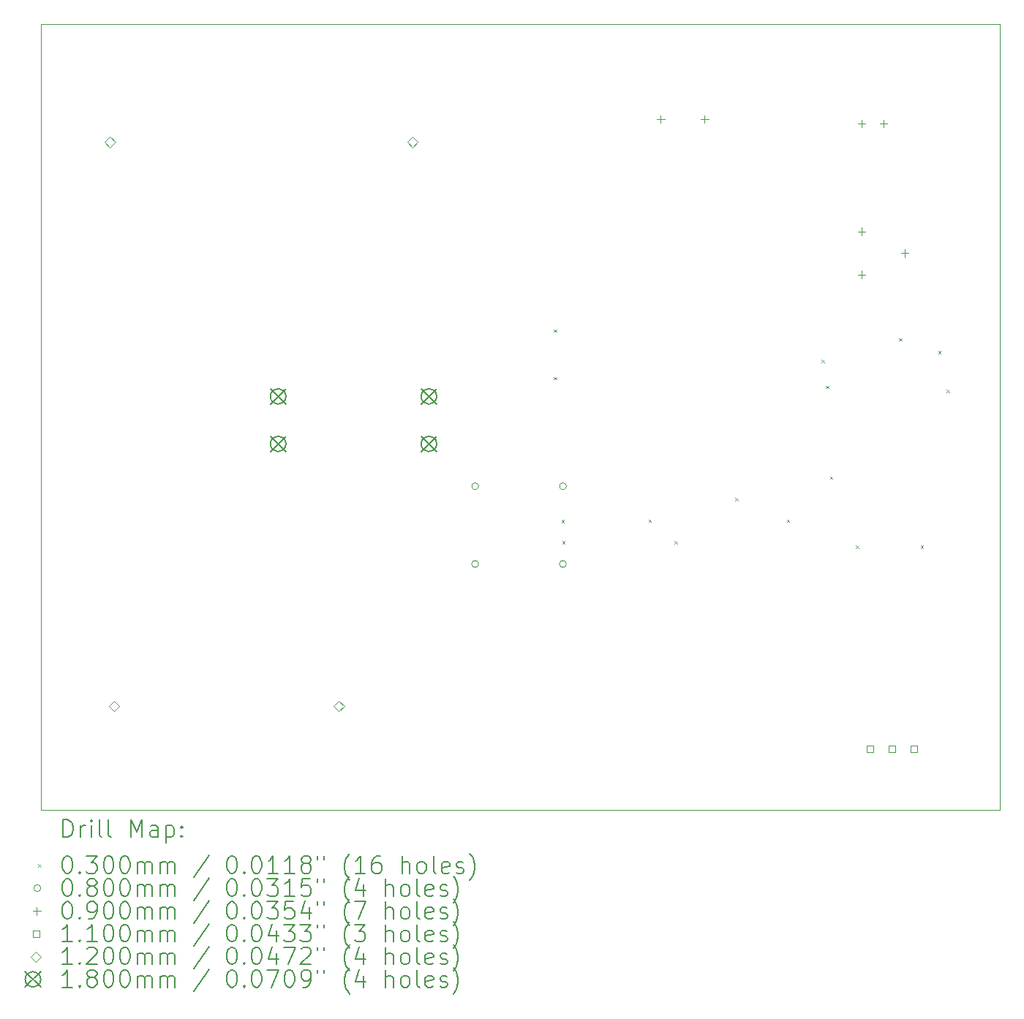
<source format=gbr>
%TF.GenerationSoftware,KiCad,Pcbnew,9.0.0*%
%TF.CreationDate,2025-03-20T11:59:10+05:30*%
%TF.ProjectId,Buck converter,4275636b-2063-46f6-9e76-65727465722e,rev?*%
%TF.SameCoordinates,Original*%
%TF.FileFunction,Drillmap*%
%TF.FilePolarity,Positive*%
%FSLAX45Y45*%
G04 Gerber Fmt 4.5, Leading zero omitted, Abs format (unit mm)*
G04 Created by KiCad (PCBNEW 9.0.0) date 2025-03-20 11:59:10*
%MOMM*%
%LPD*%
G01*
G04 APERTURE LIST*
%ADD10C,0.050000*%
%ADD11C,0.200000*%
%ADD12C,0.100000*%
%ADD13C,0.110000*%
%ADD14C,0.120000*%
%ADD15C,0.180000*%
G04 APERTURE END LIST*
D10*
X9950000Y-5350000D02*
X21050000Y-5350000D01*
X21050000Y-14450000D01*
X9950000Y-14450000D01*
X9950000Y-5350000D01*
D11*
D12*
X15885000Y-8885000D02*
X15915000Y-8915000D01*
X15915000Y-8885000D02*
X15885000Y-8915000D01*
X15885000Y-9435000D02*
X15915000Y-9465000D01*
X15915000Y-9435000D02*
X15885000Y-9465000D01*
X15977000Y-11090000D02*
X16007000Y-11120000D01*
X16007000Y-11090000D02*
X15977000Y-11120000D01*
X15985000Y-11335000D02*
X16015000Y-11365000D01*
X16015000Y-11335000D02*
X15985000Y-11365000D01*
X16985000Y-11085000D02*
X17015000Y-11115000D01*
X17015000Y-11085000D02*
X16985000Y-11115000D01*
X17285000Y-11335000D02*
X17315000Y-11365000D01*
X17315000Y-11335000D02*
X17285000Y-11365000D01*
X17985000Y-10835000D02*
X18015000Y-10865000D01*
X18015000Y-10835000D02*
X17985000Y-10865000D01*
X18585000Y-11085000D02*
X18615000Y-11115000D01*
X18615000Y-11085000D02*
X18585000Y-11115000D01*
X18985000Y-9235000D02*
X19015000Y-9265000D01*
X19015000Y-9235000D02*
X18985000Y-9265000D01*
X19035000Y-9535000D02*
X19065000Y-9565000D01*
X19065000Y-9535000D02*
X19035000Y-9565000D01*
X19085000Y-10585000D02*
X19115000Y-10615000D01*
X19115000Y-10585000D02*
X19085000Y-10615000D01*
X19385000Y-11385000D02*
X19415000Y-11415000D01*
X19415000Y-11385000D02*
X19385000Y-11415000D01*
X19885000Y-8985000D02*
X19915000Y-9015000D01*
X19915000Y-8985000D02*
X19885000Y-9015000D01*
X20135000Y-11385000D02*
X20165000Y-11415000D01*
X20165000Y-11385000D02*
X20135000Y-11415000D01*
X20335000Y-9135000D02*
X20365000Y-9165000D01*
X20365000Y-9135000D02*
X20335000Y-9165000D01*
X20435000Y-9585000D02*
X20465000Y-9615000D01*
X20465000Y-9585000D02*
X20435000Y-9615000D01*
X15016000Y-10700000D02*
G75*
G02*
X14936000Y-10700000I-40000J0D01*
G01*
X14936000Y-10700000D02*
G75*
G02*
X15016000Y-10700000I40000J0D01*
G01*
X15016000Y-11600000D02*
G75*
G02*
X14936000Y-11600000I-40000J0D01*
G01*
X14936000Y-11600000D02*
G75*
G02*
X15016000Y-11600000I40000J0D01*
G01*
X16032000Y-10700000D02*
G75*
G02*
X15952000Y-10700000I-40000J0D01*
G01*
X15952000Y-10700000D02*
G75*
G02*
X16032000Y-10700000I40000J0D01*
G01*
X16032000Y-11600000D02*
G75*
G02*
X15952000Y-11600000I-40000J0D01*
G01*
X15952000Y-11600000D02*
G75*
G02*
X16032000Y-11600000I40000J0D01*
G01*
X17123500Y-6405000D02*
X17123500Y-6495000D01*
X17078500Y-6450000D02*
X17168500Y-6450000D01*
X17631500Y-6405000D02*
X17631500Y-6495000D01*
X17586500Y-6450000D02*
X17676500Y-6450000D01*
X19450000Y-6455000D02*
X19450000Y-6545000D01*
X19405000Y-6500000D02*
X19495000Y-6500000D01*
X19450000Y-7705000D02*
X19450000Y-7795000D01*
X19405000Y-7750000D02*
X19495000Y-7750000D01*
X19450000Y-8205000D02*
X19450000Y-8295000D01*
X19405000Y-8250000D02*
X19495000Y-8250000D01*
X19704000Y-6455000D02*
X19704000Y-6545000D01*
X19659000Y-6500000D02*
X19749000Y-6500000D01*
X19950000Y-7955000D02*
X19950000Y-8045000D01*
X19905000Y-8000000D02*
X19995000Y-8000000D01*
D13*
X19584891Y-13783391D02*
X19584891Y-13705609D01*
X19507109Y-13705609D01*
X19507109Y-13783391D01*
X19584891Y-13783391D01*
X19838891Y-13783391D02*
X19838891Y-13705609D01*
X19761109Y-13705609D01*
X19761109Y-13783391D01*
X19838891Y-13783391D01*
X20092891Y-13783391D02*
X20092891Y-13705609D01*
X20015109Y-13705609D01*
X20015109Y-13783391D01*
X20092891Y-13783391D01*
D14*
X10750000Y-6775000D02*
X10810000Y-6715000D01*
X10750000Y-6655000D01*
X10690000Y-6715000D01*
X10750000Y-6775000D01*
X10800000Y-13310000D02*
X10860000Y-13250000D01*
X10800000Y-13190000D01*
X10740000Y-13250000D01*
X10800000Y-13310000D01*
X13400000Y-13310000D02*
X13460000Y-13250000D01*
X13400000Y-13190000D01*
X13340000Y-13250000D01*
X13400000Y-13310000D01*
X14250000Y-6775000D02*
X14310000Y-6715000D01*
X14250000Y-6655000D01*
X14190000Y-6715000D01*
X14250000Y-6775000D01*
D15*
X12606000Y-9570000D02*
X12786000Y-9750000D01*
X12786000Y-9570000D02*
X12606000Y-9750000D01*
X12786000Y-9660000D02*
G75*
G02*
X12606000Y-9660000I-90000J0D01*
G01*
X12606000Y-9660000D02*
G75*
G02*
X12786000Y-9660000I90000J0D01*
G01*
X12606000Y-10120000D02*
X12786000Y-10300000D01*
X12786000Y-10120000D02*
X12606000Y-10300000D01*
X12786000Y-10210000D02*
G75*
G02*
X12606000Y-10210000I-90000J0D01*
G01*
X12606000Y-10210000D02*
G75*
G02*
X12786000Y-10210000I90000J0D01*
G01*
X14351000Y-9570000D02*
X14531000Y-9750000D01*
X14531000Y-9570000D02*
X14351000Y-9750000D01*
X14531000Y-9660000D02*
G75*
G02*
X14351000Y-9660000I-90000J0D01*
G01*
X14351000Y-9660000D02*
G75*
G02*
X14531000Y-9660000I90000J0D01*
G01*
X14351000Y-10120000D02*
X14531000Y-10300000D01*
X14531000Y-10120000D02*
X14351000Y-10300000D01*
X14531000Y-10210000D02*
G75*
G02*
X14351000Y-10210000I-90000J0D01*
G01*
X14351000Y-10210000D02*
G75*
G02*
X14531000Y-10210000I90000J0D01*
G01*
D11*
X10208277Y-14763984D02*
X10208277Y-14563984D01*
X10208277Y-14563984D02*
X10255896Y-14563984D01*
X10255896Y-14563984D02*
X10284467Y-14573508D01*
X10284467Y-14573508D02*
X10303515Y-14592555D01*
X10303515Y-14592555D02*
X10313039Y-14611603D01*
X10313039Y-14611603D02*
X10322563Y-14649698D01*
X10322563Y-14649698D02*
X10322563Y-14678269D01*
X10322563Y-14678269D02*
X10313039Y-14716365D01*
X10313039Y-14716365D02*
X10303515Y-14735412D01*
X10303515Y-14735412D02*
X10284467Y-14754460D01*
X10284467Y-14754460D02*
X10255896Y-14763984D01*
X10255896Y-14763984D02*
X10208277Y-14763984D01*
X10408277Y-14763984D02*
X10408277Y-14630650D01*
X10408277Y-14668746D02*
X10417801Y-14649698D01*
X10417801Y-14649698D02*
X10427324Y-14640174D01*
X10427324Y-14640174D02*
X10446372Y-14630650D01*
X10446372Y-14630650D02*
X10465420Y-14630650D01*
X10532086Y-14763984D02*
X10532086Y-14630650D01*
X10532086Y-14563984D02*
X10522563Y-14573508D01*
X10522563Y-14573508D02*
X10532086Y-14583031D01*
X10532086Y-14583031D02*
X10541610Y-14573508D01*
X10541610Y-14573508D02*
X10532086Y-14563984D01*
X10532086Y-14563984D02*
X10532086Y-14583031D01*
X10655896Y-14763984D02*
X10636848Y-14754460D01*
X10636848Y-14754460D02*
X10627324Y-14735412D01*
X10627324Y-14735412D02*
X10627324Y-14563984D01*
X10760658Y-14763984D02*
X10741610Y-14754460D01*
X10741610Y-14754460D02*
X10732086Y-14735412D01*
X10732086Y-14735412D02*
X10732086Y-14563984D01*
X10989229Y-14763984D02*
X10989229Y-14563984D01*
X10989229Y-14563984D02*
X11055896Y-14706841D01*
X11055896Y-14706841D02*
X11122563Y-14563984D01*
X11122563Y-14563984D02*
X11122563Y-14763984D01*
X11303515Y-14763984D02*
X11303515Y-14659222D01*
X11303515Y-14659222D02*
X11293991Y-14640174D01*
X11293991Y-14640174D02*
X11274943Y-14630650D01*
X11274943Y-14630650D02*
X11236848Y-14630650D01*
X11236848Y-14630650D02*
X11217801Y-14640174D01*
X11303515Y-14754460D02*
X11284467Y-14763984D01*
X11284467Y-14763984D02*
X11236848Y-14763984D01*
X11236848Y-14763984D02*
X11217801Y-14754460D01*
X11217801Y-14754460D02*
X11208277Y-14735412D01*
X11208277Y-14735412D02*
X11208277Y-14716365D01*
X11208277Y-14716365D02*
X11217801Y-14697317D01*
X11217801Y-14697317D02*
X11236848Y-14687793D01*
X11236848Y-14687793D02*
X11284467Y-14687793D01*
X11284467Y-14687793D02*
X11303515Y-14678269D01*
X11398753Y-14630650D02*
X11398753Y-14830650D01*
X11398753Y-14640174D02*
X11417801Y-14630650D01*
X11417801Y-14630650D02*
X11455896Y-14630650D01*
X11455896Y-14630650D02*
X11474943Y-14640174D01*
X11474943Y-14640174D02*
X11484467Y-14649698D01*
X11484467Y-14649698D02*
X11493991Y-14668746D01*
X11493991Y-14668746D02*
X11493991Y-14725888D01*
X11493991Y-14725888D02*
X11484467Y-14744936D01*
X11484467Y-14744936D02*
X11474943Y-14754460D01*
X11474943Y-14754460D02*
X11455896Y-14763984D01*
X11455896Y-14763984D02*
X11417801Y-14763984D01*
X11417801Y-14763984D02*
X11398753Y-14754460D01*
X11579705Y-14744936D02*
X11589229Y-14754460D01*
X11589229Y-14754460D02*
X11579705Y-14763984D01*
X11579705Y-14763984D02*
X11570182Y-14754460D01*
X11570182Y-14754460D02*
X11579705Y-14744936D01*
X11579705Y-14744936D02*
X11579705Y-14763984D01*
X11579705Y-14640174D02*
X11589229Y-14649698D01*
X11589229Y-14649698D02*
X11579705Y-14659222D01*
X11579705Y-14659222D02*
X11570182Y-14649698D01*
X11570182Y-14649698D02*
X11579705Y-14640174D01*
X11579705Y-14640174D02*
X11579705Y-14659222D01*
D12*
X9917500Y-15077500D02*
X9947500Y-15107500D01*
X9947500Y-15077500D02*
X9917500Y-15107500D01*
D11*
X10246372Y-14983984D02*
X10265420Y-14983984D01*
X10265420Y-14983984D02*
X10284467Y-14993508D01*
X10284467Y-14993508D02*
X10293991Y-15003031D01*
X10293991Y-15003031D02*
X10303515Y-15022079D01*
X10303515Y-15022079D02*
X10313039Y-15060174D01*
X10313039Y-15060174D02*
X10313039Y-15107793D01*
X10313039Y-15107793D02*
X10303515Y-15145888D01*
X10303515Y-15145888D02*
X10293991Y-15164936D01*
X10293991Y-15164936D02*
X10284467Y-15174460D01*
X10284467Y-15174460D02*
X10265420Y-15183984D01*
X10265420Y-15183984D02*
X10246372Y-15183984D01*
X10246372Y-15183984D02*
X10227324Y-15174460D01*
X10227324Y-15174460D02*
X10217801Y-15164936D01*
X10217801Y-15164936D02*
X10208277Y-15145888D01*
X10208277Y-15145888D02*
X10198753Y-15107793D01*
X10198753Y-15107793D02*
X10198753Y-15060174D01*
X10198753Y-15060174D02*
X10208277Y-15022079D01*
X10208277Y-15022079D02*
X10217801Y-15003031D01*
X10217801Y-15003031D02*
X10227324Y-14993508D01*
X10227324Y-14993508D02*
X10246372Y-14983984D01*
X10398753Y-15164936D02*
X10408277Y-15174460D01*
X10408277Y-15174460D02*
X10398753Y-15183984D01*
X10398753Y-15183984D02*
X10389229Y-15174460D01*
X10389229Y-15174460D02*
X10398753Y-15164936D01*
X10398753Y-15164936D02*
X10398753Y-15183984D01*
X10474944Y-14983984D02*
X10598753Y-14983984D01*
X10598753Y-14983984D02*
X10532086Y-15060174D01*
X10532086Y-15060174D02*
X10560658Y-15060174D01*
X10560658Y-15060174D02*
X10579705Y-15069698D01*
X10579705Y-15069698D02*
X10589229Y-15079222D01*
X10589229Y-15079222D02*
X10598753Y-15098269D01*
X10598753Y-15098269D02*
X10598753Y-15145888D01*
X10598753Y-15145888D02*
X10589229Y-15164936D01*
X10589229Y-15164936D02*
X10579705Y-15174460D01*
X10579705Y-15174460D02*
X10560658Y-15183984D01*
X10560658Y-15183984D02*
X10503515Y-15183984D01*
X10503515Y-15183984D02*
X10484467Y-15174460D01*
X10484467Y-15174460D02*
X10474944Y-15164936D01*
X10722563Y-14983984D02*
X10741610Y-14983984D01*
X10741610Y-14983984D02*
X10760658Y-14993508D01*
X10760658Y-14993508D02*
X10770182Y-15003031D01*
X10770182Y-15003031D02*
X10779705Y-15022079D01*
X10779705Y-15022079D02*
X10789229Y-15060174D01*
X10789229Y-15060174D02*
X10789229Y-15107793D01*
X10789229Y-15107793D02*
X10779705Y-15145888D01*
X10779705Y-15145888D02*
X10770182Y-15164936D01*
X10770182Y-15164936D02*
X10760658Y-15174460D01*
X10760658Y-15174460D02*
X10741610Y-15183984D01*
X10741610Y-15183984D02*
X10722563Y-15183984D01*
X10722563Y-15183984D02*
X10703515Y-15174460D01*
X10703515Y-15174460D02*
X10693991Y-15164936D01*
X10693991Y-15164936D02*
X10684467Y-15145888D01*
X10684467Y-15145888D02*
X10674944Y-15107793D01*
X10674944Y-15107793D02*
X10674944Y-15060174D01*
X10674944Y-15060174D02*
X10684467Y-15022079D01*
X10684467Y-15022079D02*
X10693991Y-15003031D01*
X10693991Y-15003031D02*
X10703515Y-14993508D01*
X10703515Y-14993508D02*
X10722563Y-14983984D01*
X10913039Y-14983984D02*
X10932086Y-14983984D01*
X10932086Y-14983984D02*
X10951134Y-14993508D01*
X10951134Y-14993508D02*
X10960658Y-15003031D01*
X10960658Y-15003031D02*
X10970182Y-15022079D01*
X10970182Y-15022079D02*
X10979705Y-15060174D01*
X10979705Y-15060174D02*
X10979705Y-15107793D01*
X10979705Y-15107793D02*
X10970182Y-15145888D01*
X10970182Y-15145888D02*
X10960658Y-15164936D01*
X10960658Y-15164936D02*
X10951134Y-15174460D01*
X10951134Y-15174460D02*
X10932086Y-15183984D01*
X10932086Y-15183984D02*
X10913039Y-15183984D01*
X10913039Y-15183984D02*
X10893991Y-15174460D01*
X10893991Y-15174460D02*
X10884467Y-15164936D01*
X10884467Y-15164936D02*
X10874944Y-15145888D01*
X10874944Y-15145888D02*
X10865420Y-15107793D01*
X10865420Y-15107793D02*
X10865420Y-15060174D01*
X10865420Y-15060174D02*
X10874944Y-15022079D01*
X10874944Y-15022079D02*
X10884467Y-15003031D01*
X10884467Y-15003031D02*
X10893991Y-14993508D01*
X10893991Y-14993508D02*
X10913039Y-14983984D01*
X11065420Y-15183984D02*
X11065420Y-15050650D01*
X11065420Y-15069698D02*
X11074944Y-15060174D01*
X11074944Y-15060174D02*
X11093991Y-15050650D01*
X11093991Y-15050650D02*
X11122563Y-15050650D01*
X11122563Y-15050650D02*
X11141610Y-15060174D01*
X11141610Y-15060174D02*
X11151134Y-15079222D01*
X11151134Y-15079222D02*
X11151134Y-15183984D01*
X11151134Y-15079222D02*
X11160658Y-15060174D01*
X11160658Y-15060174D02*
X11179705Y-15050650D01*
X11179705Y-15050650D02*
X11208277Y-15050650D01*
X11208277Y-15050650D02*
X11227324Y-15060174D01*
X11227324Y-15060174D02*
X11236848Y-15079222D01*
X11236848Y-15079222D02*
X11236848Y-15183984D01*
X11332086Y-15183984D02*
X11332086Y-15050650D01*
X11332086Y-15069698D02*
X11341610Y-15060174D01*
X11341610Y-15060174D02*
X11360658Y-15050650D01*
X11360658Y-15050650D02*
X11389229Y-15050650D01*
X11389229Y-15050650D02*
X11408277Y-15060174D01*
X11408277Y-15060174D02*
X11417801Y-15079222D01*
X11417801Y-15079222D02*
X11417801Y-15183984D01*
X11417801Y-15079222D02*
X11427324Y-15060174D01*
X11427324Y-15060174D02*
X11446372Y-15050650D01*
X11446372Y-15050650D02*
X11474943Y-15050650D01*
X11474943Y-15050650D02*
X11493991Y-15060174D01*
X11493991Y-15060174D02*
X11503515Y-15079222D01*
X11503515Y-15079222D02*
X11503515Y-15183984D01*
X11893991Y-14974460D02*
X11722563Y-15231603D01*
X12151134Y-14983984D02*
X12170182Y-14983984D01*
X12170182Y-14983984D02*
X12189229Y-14993508D01*
X12189229Y-14993508D02*
X12198753Y-15003031D01*
X12198753Y-15003031D02*
X12208277Y-15022079D01*
X12208277Y-15022079D02*
X12217801Y-15060174D01*
X12217801Y-15060174D02*
X12217801Y-15107793D01*
X12217801Y-15107793D02*
X12208277Y-15145888D01*
X12208277Y-15145888D02*
X12198753Y-15164936D01*
X12198753Y-15164936D02*
X12189229Y-15174460D01*
X12189229Y-15174460D02*
X12170182Y-15183984D01*
X12170182Y-15183984D02*
X12151134Y-15183984D01*
X12151134Y-15183984D02*
X12132086Y-15174460D01*
X12132086Y-15174460D02*
X12122563Y-15164936D01*
X12122563Y-15164936D02*
X12113039Y-15145888D01*
X12113039Y-15145888D02*
X12103515Y-15107793D01*
X12103515Y-15107793D02*
X12103515Y-15060174D01*
X12103515Y-15060174D02*
X12113039Y-15022079D01*
X12113039Y-15022079D02*
X12122563Y-15003031D01*
X12122563Y-15003031D02*
X12132086Y-14993508D01*
X12132086Y-14993508D02*
X12151134Y-14983984D01*
X12303515Y-15164936D02*
X12313039Y-15174460D01*
X12313039Y-15174460D02*
X12303515Y-15183984D01*
X12303515Y-15183984D02*
X12293991Y-15174460D01*
X12293991Y-15174460D02*
X12303515Y-15164936D01*
X12303515Y-15164936D02*
X12303515Y-15183984D01*
X12436848Y-14983984D02*
X12455896Y-14983984D01*
X12455896Y-14983984D02*
X12474944Y-14993508D01*
X12474944Y-14993508D02*
X12484467Y-15003031D01*
X12484467Y-15003031D02*
X12493991Y-15022079D01*
X12493991Y-15022079D02*
X12503515Y-15060174D01*
X12503515Y-15060174D02*
X12503515Y-15107793D01*
X12503515Y-15107793D02*
X12493991Y-15145888D01*
X12493991Y-15145888D02*
X12484467Y-15164936D01*
X12484467Y-15164936D02*
X12474944Y-15174460D01*
X12474944Y-15174460D02*
X12455896Y-15183984D01*
X12455896Y-15183984D02*
X12436848Y-15183984D01*
X12436848Y-15183984D02*
X12417801Y-15174460D01*
X12417801Y-15174460D02*
X12408277Y-15164936D01*
X12408277Y-15164936D02*
X12398753Y-15145888D01*
X12398753Y-15145888D02*
X12389229Y-15107793D01*
X12389229Y-15107793D02*
X12389229Y-15060174D01*
X12389229Y-15060174D02*
X12398753Y-15022079D01*
X12398753Y-15022079D02*
X12408277Y-15003031D01*
X12408277Y-15003031D02*
X12417801Y-14993508D01*
X12417801Y-14993508D02*
X12436848Y-14983984D01*
X12693991Y-15183984D02*
X12579706Y-15183984D01*
X12636848Y-15183984D02*
X12636848Y-14983984D01*
X12636848Y-14983984D02*
X12617801Y-15012555D01*
X12617801Y-15012555D02*
X12598753Y-15031603D01*
X12598753Y-15031603D02*
X12579706Y-15041127D01*
X12884467Y-15183984D02*
X12770182Y-15183984D01*
X12827325Y-15183984D02*
X12827325Y-14983984D01*
X12827325Y-14983984D02*
X12808277Y-15012555D01*
X12808277Y-15012555D02*
X12789229Y-15031603D01*
X12789229Y-15031603D02*
X12770182Y-15041127D01*
X12998753Y-15069698D02*
X12979706Y-15060174D01*
X12979706Y-15060174D02*
X12970182Y-15050650D01*
X12970182Y-15050650D02*
X12960658Y-15031603D01*
X12960658Y-15031603D02*
X12960658Y-15022079D01*
X12960658Y-15022079D02*
X12970182Y-15003031D01*
X12970182Y-15003031D02*
X12979706Y-14993508D01*
X12979706Y-14993508D02*
X12998753Y-14983984D01*
X12998753Y-14983984D02*
X13036848Y-14983984D01*
X13036848Y-14983984D02*
X13055896Y-14993508D01*
X13055896Y-14993508D02*
X13065420Y-15003031D01*
X13065420Y-15003031D02*
X13074944Y-15022079D01*
X13074944Y-15022079D02*
X13074944Y-15031603D01*
X13074944Y-15031603D02*
X13065420Y-15050650D01*
X13065420Y-15050650D02*
X13055896Y-15060174D01*
X13055896Y-15060174D02*
X13036848Y-15069698D01*
X13036848Y-15069698D02*
X12998753Y-15069698D01*
X12998753Y-15069698D02*
X12979706Y-15079222D01*
X12979706Y-15079222D02*
X12970182Y-15088746D01*
X12970182Y-15088746D02*
X12960658Y-15107793D01*
X12960658Y-15107793D02*
X12960658Y-15145888D01*
X12960658Y-15145888D02*
X12970182Y-15164936D01*
X12970182Y-15164936D02*
X12979706Y-15174460D01*
X12979706Y-15174460D02*
X12998753Y-15183984D01*
X12998753Y-15183984D02*
X13036848Y-15183984D01*
X13036848Y-15183984D02*
X13055896Y-15174460D01*
X13055896Y-15174460D02*
X13065420Y-15164936D01*
X13065420Y-15164936D02*
X13074944Y-15145888D01*
X13074944Y-15145888D02*
X13074944Y-15107793D01*
X13074944Y-15107793D02*
X13065420Y-15088746D01*
X13065420Y-15088746D02*
X13055896Y-15079222D01*
X13055896Y-15079222D02*
X13036848Y-15069698D01*
X13151134Y-14983984D02*
X13151134Y-15022079D01*
X13227325Y-14983984D02*
X13227325Y-15022079D01*
X13522563Y-15260174D02*
X13513039Y-15250650D01*
X13513039Y-15250650D02*
X13493991Y-15222079D01*
X13493991Y-15222079D02*
X13484468Y-15203031D01*
X13484468Y-15203031D02*
X13474944Y-15174460D01*
X13474944Y-15174460D02*
X13465420Y-15126841D01*
X13465420Y-15126841D02*
X13465420Y-15088746D01*
X13465420Y-15088746D02*
X13474944Y-15041127D01*
X13474944Y-15041127D02*
X13484468Y-15012555D01*
X13484468Y-15012555D02*
X13493991Y-14993508D01*
X13493991Y-14993508D02*
X13513039Y-14964936D01*
X13513039Y-14964936D02*
X13522563Y-14955412D01*
X13703515Y-15183984D02*
X13589229Y-15183984D01*
X13646372Y-15183984D02*
X13646372Y-14983984D01*
X13646372Y-14983984D02*
X13627325Y-15012555D01*
X13627325Y-15012555D02*
X13608277Y-15031603D01*
X13608277Y-15031603D02*
X13589229Y-15041127D01*
X13874944Y-14983984D02*
X13836848Y-14983984D01*
X13836848Y-14983984D02*
X13817801Y-14993508D01*
X13817801Y-14993508D02*
X13808277Y-15003031D01*
X13808277Y-15003031D02*
X13789229Y-15031603D01*
X13789229Y-15031603D02*
X13779706Y-15069698D01*
X13779706Y-15069698D02*
X13779706Y-15145888D01*
X13779706Y-15145888D02*
X13789229Y-15164936D01*
X13789229Y-15164936D02*
X13798753Y-15174460D01*
X13798753Y-15174460D02*
X13817801Y-15183984D01*
X13817801Y-15183984D02*
X13855896Y-15183984D01*
X13855896Y-15183984D02*
X13874944Y-15174460D01*
X13874944Y-15174460D02*
X13884468Y-15164936D01*
X13884468Y-15164936D02*
X13893991Y-15145888D01*
X13893991Y-15145888D02*
X13893991Y-15098269D01*
X13893991Y-15098269D02*
X13884468Y-15079222D01*
X13884468Y-15079222D02*
X13874944Y-15069698D01*
X13874944Y-15069698D02*
X13855896Y-15060174D01*
X13855896Y-15060174D02*
X13817801Y-15060174D01*
X13817801Y-15060174D02*
X13798753Y-15069698D01*
X13798753Y-15069698D02*
X13789229Y-15079222D01*
X13789229Y-15079222D02*
X13779706Y-15098269D01*
X14132087Y-15183984D02*
X14132087Y-14983984D01*
X14217801Y-15183984D02*
X14217801Y-15079222D01*
X14217801Y-15079222D02*
X14208277Y-15060174D01*
X14208277Y-15060174D02*
X14189230Y-15050650D01*
X14189230Y-15050650D02*
X14160658Y-15050650D01*
X14160658Y-15050650D02*
X14141610Y-15060174D01*
X14141610Y-15060174D02*
X14132087Y-15069698D01*
X14341610Y-15183984D02*
X14322563Y-15174460D01*
X14322563Y-15174460D02*
X14313039Y-15164936D01*
X14313039Y-15164936D02*
X14303515Y-15145888D01*
X14303515Y-15145888D02*
X14303515Y-15088746D01*
X14303515Y-15088746D02*
X14313039Y-15069698D01*
X14313039Y-15069698D02*
X14322563Y-15060174D01*
X14322563Y-15060174D02*
X14341610Y-15050650D01*
X14341610Y-15050650D02*
X14370182Y-15050650D01*
X14370182Y-15050650D02*
X14389230Y-15060174D01*
X14389230Y-15060174D02*
X14398753Y-15069698D01*
X14398753Y-15069698D02*
X14408277Y-15088746D01*
X14408277Y-15088746D02*
X14408277Y-15145888D01*
X14408277Y-15145888D02*
X14398753Y-15164936D01*
X14398753Y-15164936D02*
X14389230Y-15174460D01*
X14389230Y-15174460D02*
X14370182Y-15183984D01*
X14370182Y-15183984D02*
X14341610Y-15183984D01*
X14522563Y-15183984D02*
X14503515Y-15174460D01*
X14503515Y-15174460D02*
X14493991Y-15155412D01*
X14493991Y-15155412D02*
X14493991Y-14983984D01*
X14674944Y-15174460D02*
X14655896Y-15183984D01*
X14655896Y-15183984D02*
X14617801Y-15183984D01*
X14617801Y-15183984D02*
X14598753Y-15174460D01*
X14598753Y-15174460D02*
X14589230Y-15155412D01*
X14589230Y-15155412D02*
X14589230Y-15079222D01*
X14589230Y-15079222D02*
X14598753Y-15060174D01*
X14598753Y-15060174D02*
X14617801Y-15050650D01*
X14617801Y-15050650D02*
X14655896Y-15050650D01*
X14655896Y-15050650D02*
X14674944Y-15060174D01*
X14674944Y-15060174D02*
X14684468Y-15079222D01*
X14684468Y-15079222D02*
X14684468Y-15098269D01*
X14684468Y-15098269D02*
X14589230Y-15117317D01*
X14760658Y-15174460D02*
X14779706Y-15183984D01*
X14779706Y-15183984D02*
X14817801Y-15183984D01*
X14817801Y-15183984D02*
X14836849Y-15174460D01*
X14836849Y-15174460D02*
X14846372Y-15155412D01*
X14846372Y-15155412D02*
X14846372Y-15145888D01*
X14846372Y-15145888D02*
X14836849Y-15126841D01*
X14836849Y-15126841D02*
X14817801Y-15117317D01*
X14817801Y-15117317D02*
X14789230Y-15117317D01*
X14789230Y-15117317D02*
X14770182Y-15107793D01*
X14770182Y-15107793D02*
X14760658Y-15088746D01*
X14760658Y-15088746D02*
X14760658Y-15079222D01*
X14760658Y-15079222D02*
X14770182Y-15060174D01*
X14770182Y-15060174D02*
X14789230Y-15050650D01*
X14789230Y-15050650D02*
X14817801Y-15050650D01*
X14817801Y-15050650D02*
X14836849Y-15060174D01*
X14913039Y-15260174D02*
X14922563Y-15250650D01*
X14922563Y-15250650D02*
X14941611Y-15222079D01*
X14941611Y-15222079D02*
X14951134Y-15203031D01*
X14951134Y-15203031D02*
X14960658Y-15174460D01*
X14960658Y-15174460D02*
X14970182Y-15126841D01*
X14970182Y-15126841D02*
X14970182Y-15088746D01*
X14970182Y-15088746D02*
X14960658Y-15041127D01*
X14960658Y-15041127D02*
X14951134Y-15012555D01*
X14951134Y-15012555D02*
X14941611Y-14993508D01*
X14941611Y-14993508D02*
X14922563Y-14964936D01*
X14922563Y-14964936D02*
X14913039Y-14955412D01*
D12*
X9947500Y-15356500D02*
G75*
G02*
X9867500Y-15356500I-40000J0D01*
G01*
X9867500Y-15356500D02*
G75*
G02*
X9947500Y-15356500I40000J0D01*
G01*
D11*
X10246372Y-15247984D02*
X10265420Y-15247984D01*
X10265420Y-15247984D02*
X10284467Y-15257508D01*
X10284467Y-15257508D02*
X10293991Y-15267031D01*
X10293991Y-15267031D02*
X10303515Y-15286079D01*
X10303515Y-15286079D02*
X10313039Y-15324174D01*
X10313039Y-15324174D02*
X10313039Y-15371793D01*
X10313039Y-15371793D02*
X10303515Y-15409888D01*
X10303515Y-15409888D02*
X10293991Y-15428936D01*
X10293991Y-15428936D02*
X10284467Y-15438460D01*
X10284467Y-15438460D02*
X10265420Y-15447984D01*
X10265420Y-15447984D02*
X10246372Y-15447984D01*
X10246372Y-15447984D02*
X10227324Y-15438460D01*
X10227324Y-15438460D02*
X10217801Y-15428936D01*
X10217801Y-15428936D02*
X10208277Y-15409888D01*
X10208277Y-15409888D02*
X10198753Y-15371793D01*
X10198753Y-15371793D02*
X10198753Y-15324174D01*
X10198753Y-15324174D02*
X10208277Y-15286079D01*
X10208277Y-15286079D02*
X10217801Y-15267031D01*
X10217801Y-15267031D02*
X10227324Y-15257508D01*
X10227324Y-15257508D02*
X10246372Y-15247984D01*
X10398753Y-15428936D02*
X10408277Y-15438460D01*
X10408277Y-15438460D02*
X10398753Y-15447984D01*
X10398753Y-15447984D02*
X10389229Y-15438460D01*
X10389229Y-15438460D02*
X10398753Y-15428936D01*
X10398753Y-15428936D02*
X10398753Y-15447984D01*
X10522563Y-15333698D02*
X10503515Y-15324174D01*
X10503515Y-15324174D02*
X10493991Y-15314650D01*
X10493991Y-15314650D02*
X10484467Y-15295603D01*
X10484467Y-15295603D02*
X10484467Y-15286079D01*
X10484467Y-15286079D02*
X10493991Y-15267031D01*
X10493991Y-15267031D02*
X10503515Y-15257508D01*
X10503515Y-15257508D02*
X10522563Y-15247984D01*
X10522563Y-15247984D02*
X10560658Y-15247984D01*
X10560658Y-15247984D02*
X10579705Y-15257508D01*
X10579705Y-15257508D02*
X10589229Y-15267031D01*
X10589229Y-15267031D02*
X10598753Y-15286079D01*
X10598753Y-15286079D02*
X10598753Y-15295603D01*
X10598753Y-15295603D02*
X10589229Y-15314650D01*
X10589229Y-15314650D02*
X10579705Y-15324174D01*
X10579705Y-15324174D02*
X10560658Y-15333698D01*
X10560658Y-15333698D02*
X10522563Y-15333698D01*
X10522563Y-15333698D02*
X10503515Y-15343222D01*
X10503515Y-15343222D02*
X10493991Y-15352746D01*
X10493991Y-15352746D02*
X10484467Y-15371793D01*
X10484467Y-15371793D02*
X10484467Y-15409888D01*
X10484467Y-15409888D02*
X10493991Y-15428936D01*
X10493991Y-15428936D02*
X10503515Y-15438460D01*
X10503515Y-15438460D02*
X10522563Y-15447984D01*
X10522563Y-15447984D02*
X10560658Y-15447984D01*
X10560658Y-15447984D02*
X10579705Y-15438460D01*
X10579705Y-15438460D02*
X10589229Y-15428936D01*
X10589229Y-15428936D02*
X10598753Y-15409888D01*
X10598753Y-15409888D02*
X10598753Y-15371793D01*
X10598753Y-15371793D02*
X10589229Y-15352746D01*
X10589229Y-15352746D02*
X10579705Y-15343222D01*
X10579705Y-15343222D02*
X10560658Y-15333698D01*
X10722563Y-15247984D02*
X10741610Y-15247984D01*
X10741610Y-15247984D02*
X10760658Y-15257508D01*
X10760658Y-15257508D02*
X10770182Y-15267031D01*
X10770182Y-15267031D02*
X10779705Y-15286079D01*
X10779705Y-15286079D02*
X10789229Y-15324174D01*
X10789229Y-15324174D02*
X10789229Y-15371793D01*
X10789229Y-15371793D02*
X10779705Y-15409888D01*
X10779705Y-15409888D02*
X10770182Y-15428936D01*
X10770182Y-15428936D02*
X10760658Y-15438460D01*
X10760658Y-15438460D02*
X10741610Y-15447984D01*
X10741610Y-15447984D02*
X10722563Y-15447984D01*
X10722563Y-15447984D02*
X10703515Y-15438460D01*
X10703515Y-15438460D02*
X10693991Y-15428936D01*
X10693991Y-15428936D02*
X10684467Y-15409888D01*
X10684467Y-15409888D02*
X10674944Y-15371793D01*
X10674944Y-15371793D02*
X10674944Y-15324174D01*
X10674944Y-15324174D02*
X10684467Y-15286079D01*
X10684467Y-15286079D02*
X10693991Y-15267031D01*
X10693991Y-15267031D02*
X10703515Y-15257508D01*
X10703515Y-15257508D02*
X10722563Y-15247984D01*
X10913039Y-15247984D02*
X10932086Y-15247984D01*
X10932086Y-15247984D02*
X10951134Y-15257508D01*
X10951134Y-15257508D02*
X10960658Y-15267031D01*
X10960658Y-15267031D02*
X10970182Y-15286079D01*
X10970182Y-15286079D02*
X10979705Y-15324174D01*
X10979705Y-15324174D02*
X10979705Y-15371793D01*
X10979705Y-15371793D02*
X10970182Y-15409888D01*
X10970182Y-15409888D02*
X10960658Y-15428936D01*
X10960658Y-15428936D02*
X10951134Y-15438460D01*
X10951134Y-15438460D02*
X10932086Y-15447984D01*
X10932086Y-15447984D02*
X10913039Y-15447984D01*
X10913039Y-15447984D02*
X10893991Y-15438460D01*
X10893991Y-15438460D02*
X10884467Y-15428936D01*
X10884467Y-15428936D02*
X10874944Y-15409888D01*
X10874944Y-15409888D02*
X10865420Y-15371793D01*
X10865420Y-15371793D02*
X10865420Y-15324174D01*
X10865420Y-15324174D02*
X10874944Y-15286079D01*
X10874944Y-15286079D02*
X10884467Y-15267031D01*
X10884467Y-15267031D02*
X10893991Y-15257508D01*
X10893991Y-15257508D02*
X10913039Y-15247984D01*
X11065420Y-15447984D02*
X11065420Y-15314650D01*
X11065420Y-15333698D02*
X11074944Y-15324174D01*
X11074944Y-15324174D02*
X11093991Y-15314650D01*
X11093991Y-15314650D02*
X11122563Y-15314650D01*
X11122563Y-15314650D02*
X11141610Y-15324174D01*
X11141610Y-15324174D02*
X11151134Y-15343222D01*
X11151134Y-15343222D02*
X11151134Y-15447984D01*
X11151134Y-15343222D02*
X11160658Y-15324174D01*
X11160658Y-15324174D02*
X11179705Y-15314650D01*
X11179705Y-15314650D02*
X11208277Y-15314650D01*
X11208277Y-15314650D02*
X11227324Y-15324174D01*
X11227324Y-15324174D02*
X11236848Y-15343222D01*
X11236848Y-15343222D02*
X11236848Y-15447984D01*
X11332086Y-15447984D02*
X11332086Y-15314650D01*
X11332086Y-15333698D02*
X11341610Y-15324174D01*
X11341610Y-15324174D02*
X11360658Y-15314650D01*
X11360658Y-15314650D02*
X11389229Y-15314650D01*
X11389229Y-15314650D02*
X11408277Y-15324174D01*
X11408277Y-15324174D02*
X11417801Y-15343222D01*
X11417801Y-15343222D02*
X11417801Y-15447984D01*
X11417801Y-15343222D02*
X11427324Y-15324174D01*
X11427324Y-15324174D02*
X11446372Y-15314650D01*
X11446372Y-15314650D02*
X11474943Y-15314650D01*
X11474943Y-15314650D02*
X11493991Y-15324174D01*
X11493991Y-15324174D02*
X11503515Y-15343222D01*
X11503515Y-15343222D02*
X11503515Y-15447984D01*
X11893991Y-15238460D02*
X11722563Y-15495603D01*
X12151134Y-15247984D02*
X12170182Y-15247984D01*
X12170182Y-15247984D02*
X12189229Y-15257508D01*
X12189229Y-15257508D02*
X12198753Y-15267031D01*
X12198753Y-15267031D02*
X12208277Y-15286079D01*
X12208277Y-15286079D02*
X12217801Y-15324174D01*
X12217801Y-15324174D02*
X12217801Y-15371793D01*
X12217801Y-15371793D02*
X12208277Y-15409888D01*
X12208277Y-15409888D02*
X12198753Y-15428936D01*
X12198753Y-15428936D02*
X12189229Y-15438460D01*
X12189229Y-15438460D02*
X12170182Y-15447984D01*
X12170182Y-15447984D02*
X12151134Y-15447984D01*
X12151134Y-15447984D02*
X12132086Y-15438460D01*
X12132086Y-15438460D02*
X12122563Y-15428936D01*
X12122563Y-15428936D02*
X12113039Y-15409888D01*
X12113039Y-15409888D02*
X12103515Y-15371793D01*
X12103515Y-15371793D02*
X12103515Y-15324174D01*
X12103515Y-15324174D02*
X12113039Y-15286079D01*
X12113039Y-15286079D02*
X12122563Y-15267031D01*
X12122563Y-15267031D02*
X12132086Y-15257508D01*
X12132086Y-15257508D02*
X12151134Y-15247984D01*
X12303515Y-15428936D02*
X12313039Y-15438460D01*
X12313039Y-15438460D02*
X12303515Y-15447984D01*
X12303515Y-15447984D02*
X12293991Y-15438460D01*
X12293991Y-15438460D02*
X12303515Y-15428936D01*
X12303515Y-15428936D02*
X12303515Y-15447984D01*
X12436848Y-15247984D02*
X12455896Y-15247984D01*
X12455896Y-15247984D02*
X12474944Y-15257508D01*
X12474944Y-15257508D02*
X12484467Y-15267031D01*
X12484467Y-15267031D02*
X12493991Y-15286079D01*
X12493991Y-15286079D02*
X12503515Y-15324174D01*
X12503515Y-15324174D02*
X12503515Y-15371793D01*
X12503515Y-15371793D02*
X12493991Y-15409888D01*
X12493991Y-15409888D02*
X12484467Y-15428936D01*
X12484467Y-15428936D02*
X12474944Y-15438460D01*
X12474944Y-15438460D02*
X12455896Y-15447984D01*
X12455896Y-15447984D02*
X12436848Y-15447984D01*
X12436848Y-15447984D02*
X12417801Y-15438460D01*
X12417801Y-15438460D02*
X12408277Y-15428936D01*
X12408277Y-15428936D02*
X12398753Y-15409888D01*
X12398753Y-15409888D02*
X12389229Y-15371793D01*
X12389229Y-15371793D02*
X12389229Y-15324174D01*
X12389229Y-15324174D02*
X12398753Y-15286079D01*
X12398753Y-15286079D02*
X12408277Y-15267031D01*
X12408277Y-15267031D02*
X12417801Y-15257508D01*
X12417801Y-15257508D02*
X12436848Y-15247984D01*
X12570182Y-15247984D02*
X12693991Y-15247984D01*
X12693991Y-15247984D02*
X12627325Y-15324174D01*
X12627325Y-15324174D02*
X12655896Y-15324174D01*
X12655896Y-15324174D02*
X12674944Y-15333698D01*
X12674944Y-15333698D02*
X12684467Y-15343222D01*
X12684467Y-15343222D02*
X12693991Y-15362269D01*
X12693991Y-15362269D02*
X12693991Y-15409888D01*
X12693991Y-15409888D02*
X12684467Y-15428936D01*
X12684467Y-15428936D02*
X12674944Y-15438460D01*
X12674944Y-15438460D02*
X12655896Y-15447984D01*
X12655896Y-15447984D02*
X12598753Y-15447984D01*
X12598753Y-15447984D02*
X12579706Y-15438460D01*
X12579706Y-15438460D02*
X12570182Y-15428936D01*
X12884467Y-15447984D02*
X12770182Y-15447984D01*
X12827325Y-15447984D02*
X12827325Y-15247984D01*
X12827325Y-15247984D02*
X12808277Y-15276555D01*
X12808277Y-15276555D02*
X12789229Y-15295603D01*
X12789229Y-15295603D02*
X12770182Y-15305127D01*
X13065420Y-15247984D02*
X12970182Y-15247984D01*
X12970182Y-15247984D02*
X12960658Y-15343222D01*
X12960658Y-15343222D02*
X12970182Y-15333698D01*
X12970182Y-15333698D02*
X12989229Y-15324174D01*
X12989229Y-15324174D02*
X13036848Y-15324174D01*
X13036848Y-15324174D02*
X13055896Y-15333698D01*
X13055896Y-15333698D02*
X13065420Y-15343222D01*
X13065420Y-15343222D02*
X13074944Y-15362269D01*
X13074944Y-15362269D02*
X13074944Y-15409888D01*
X13074944Y-15409888D02*
X13065420Y-15428936D01*
X13065420Y-15428936D02*
X13055896Y-15438460D01*
X13055896Y-15438460D02*
X13036848Y-15447984D01*
X13036848Y-15447984D02*
X12989229Y-15447984D01*
X12989229Y-15447984D02*
X12970182Y-15438460D01*
X12970182Y-15438460D02*
X12960658Y-15428936D01*
X13151134Y-15247984D02*
X13151134Y-15286079D01*
X13227325Y-15247984D02*
X13227325Y-15286079D01*
X13522563Y-15524174D02*
X13513039Y-15514650D01*
X13513039Y-15514650D02*
X13493991Y-15486079D01*
X13493991Y-15486079D02*
X13484468Y-15467031D01*
X13484468Y-15467031D02*
X13474944Y-15438460D01*
X13474944Y-15438460D02*
X13465420Y-15390841D01*
X13465420Y-15390841D02*
X13465420Y-15352746D01*
X13465420Y-15352746D02*
X13474944Y-15305127D01*
X13474944Y-15305127D02*
X13484468Y-15276555D01*
X13484468Y-15276555D02*
X13493991Y-15257508D01*
X13493991Y-15257508D02*
X13513039Y-15228936D01*
X13513039Y-15228936D02*
X13522563Y-15219412D01*
X13684468Y-15314650D02*
X13684468Y-15447984D01*
X13636848Y-15238460D02*
X13589229Y-15381317D01*
X13589229Y-15381317D02*
X13713039Y-15381317D01*
X13941610Y-15447984D02*
X13941610Y-15247984D01*
X14027325Y-15447984D02*
X14027325Y-15343222D01*
X14027325Y-15343222D02*
X14017801Y-15324174D01*
X14017801Y-15324174D02*
X13998753Y-15314650D01*
X13998753Y-15314650D02*
X13970182Y-15314650D01*
X13970182Y-15314650D02*
X13951134Y-15324174D01*
X13951134Y-15324174D02*
X13941610Y-15333698D01*
X14151134Y-15447984D02*
X14132087Y-15438460D01*
X14132087Y-15438460D02*
X14122563Y-15428936D01*
X14122563Y-15428936D02*
X14113039Y-15409888D01*
X14113039Y-15409888D02*
X14113039Y-15352746D01*
X14113039Y-15352746D02*
X14122563Y-15333698D01*
X14122563Y-15333698D02*
X14132087Y-15324174D01*
X14132087Y-15324174D02*
X14151134Y-15314650D01*
X14151134Y-15314650D02*
X14179706Y-15314650D01*
X14179706Y-15314650D02*
X14198753Y-15324174D01*
X14198753Y-15324174D02*
X14208277Y-15333698D01*
X14208277Y-15333698D02*
X14217801Y-15352746D01*
X14217801Y-15352746D02*
X14217801Y-15409888D01*
X14217801Y-15409888D02*
X14208277Y-15428936D01*
X14208277Y-15428936D02*
X14198753Y-15438460D01*
X14198753Y-15438460D02*
X14179706Y-15447984D01*
X14179706Y-15447984D02*
X14151134Y-15447984D01*
X14332087Y-15447984D02*
X14313039Y-15438460D01*
X14313039Y-15438460D02*
X14303515Y-15419412D01*
X14303515Y-15419412D02*
X14303515Y-15247984D01*
X14484468Y-15438460D02*
X14465420Y-15447984D01*
X14465420Y-15447984D02*
X14427325Y-15447984D01*
X14427325Y-15447984D02*
X14408277Y-15438460D01*
X14408277Y-15438460D02*
X14398753Y-15419412D01*
X14398753Y-15419412D02*
X14398753Y-15343222D01*
X14398753Y-15343222D02*
X14408277Y-15324174D01*
X14408277Y-15324174D02*
X14427325Y-15314650D01*
X14427325Y-15314650D02*
X14465420Y-15314650D01*
X14465420Y-15314650D02*
X14484468Y-15324174D01*
X14484468Y-15324174D02*
X14493991Y-15343222D01*
X14493991Y-15343222D02*
X14493991Y-15362269D01*
X14493991Y-15362269D02*
X14398753Y-15381317D01*
X14570182Y-15438460D02*
X14589230Y-15447984D01*
X14589230Y-15447984D02*
X14627325Y-15447984D01*
X14627325Y-15447984D02*
X14646372Y-15438460D01*
X14646372Y-15438460D02*
X14655896Y-15419412D01*
X14655896Y-15419412D02*
X14655896Y-15409888D01*
X14655896Y-15409888D02*
X14646372Y-15390841D01*
X14646372Y-15390841D02*
X14627325Y-15381317D01*
X14627325Y-15381317D02*
X14598753Y-15381317D01*
X14598753Y-15381317D02*
X14579706Y-15371793D01*
X14579706Y-15371793D02*
X14570182Y-15352746D01*
X14570182Y-15352746D02*
X14570182Y-15343222D01*
X14570182Y-15343222D02*
X14579706Y-15324174D01*
X14579706Y-15324174D02*
X14598753Y-15314650D01*
X14598753Y-15314650D02*
X14627325Y-15314650D01*
X14627325Y-15314650D02*
X14646372Y-15324174D01*
X14722563Y-15524174D02*
X14732087Y-15514650D01*
X14732087Y-15514650D02*
X14751134Y-15486079D01*
X14751134Y-15486079D02*
X14760658Y-15467031D01*
X14760658Y-15467031D02*
X14770182Y-15438460D01*
X14770182Y-15438460D02*
X14779706Y-15390841D01*
X14779706Y-15390841D02*
X14779706Y-15352746D01*
X14779706Y-15352746D02*
X14770182Y-15305127D01*
X14770182Y-15305127D02*
X14760658Y-15276555D01*
X14760658Y-15276555D02*
X14751134Y-15257508D01*
X14751134Y-15257508D02*
X14732087Y-15228936D01*
X14732087Y-15228936D02*
X14722563Y-15219412D01*
D12*
X9902500Y-15575500D02*
X9902500Y-15665500D01*
X9857500Y-15620500D02*
X9947500Y-15620500D01*
D11*
X10246372Y-15511984D02*
X10265420Y-15511984D01*
X10265420Y-15511984D02*
X10284467Y-15521508D01*
X10284467Y-15521508D02*
X10293991Y-15531031D01*
X10293991Y-15531031D02*
X10303515Y-15550079D01*
X10303515Y-15550079D02*
X10313039Y-15588174D01*
X10313039Y-15588174D02*
X10313039Y-15635793D01*
X10313039Y-15635793D02*
X10303515Y-15673888D01*
X10303515Y-15673888D02*
X10293991Y-15692936D01*
X10293991Y-15692936D02*
X10284467Y-15702460D01*
X10284467Y-15702460D02*
X10265420Y-15711984D01*
X10265420Y-15711984D02*
X10246372Y-15711984D01*
X10246372Y-15711984D02*
X10227324Y-15702460D01*
X10227324Y-15702460D02*
X10217801Y-15692936D01*
X10217801Y-15692936D02*
X10208277Y-15673888D01*
X10208277Y-15673888D02*
X10198753Y-15635793D01*
X10198753Y-15635793D02*
X10198753Y-15588174D01*
X10198753Y-15588174D02*
X10208277Y-15550079D01*
X10208277Y-15550079D02*
X10217801Y-15531031D01*
X10217801Y-15531031D02*
X10227324Y-15521508D01*
X10227324Y-15521508D02*
X10246372Y-15511984D01*
X10398753Y-15692936D02*
X10408277Y-15702460D01*
X10408277Y-15702460D02*
X10398753Y-15711984D01*
X10398753Y-15711984D02*
X10389229Y-15702460D01*
X10389229Y-15702460D02*
X10398753Y-15692936D01*
X10398753Y-15692936D02*
X10398753Y-15711984D01*
X10503515Y-15711984D02*
X10541610Y-15711984D01*
X10541610Y-15711984D02*
X10560658Y-15702460D01*
X10560658Y-15702460D02*
X10570182Y-15692936D01*
X10570182Y-15692936D02*
X10589229Y-15664365D01*
X10589229Y-15664365D02*
X10598753Y-15626269D01*
X10598753Y-15626269D02*
X10598753Y-15550079D01*
X10598753Y-15550079D02*
X10589229Y-15531031D01*
X10589229Y-15531031D02*
X10579705Y-15521508D01*
X10579705Y-15521508D02*
X10560658Y-15511984D01*
X10560658Y-15511984D02*
X10522563Y-15511984D01*
X10522563Y-15511984D02*
X10503515Y-15521508D01*
X10503515Y-15521508D02*
X10493991Y-15531031D01*
X10493991Y-15531031D02*
X10484467Y-15550079D01*
X10484467Y-15550079D02*
X10484467Y-15597698D01*
X10484467Y-15597698D02*
X10493991Y-15616746D01*
X10493991Y-15616746D02*
X10503515Y-15626269D01*
X10503515Y-15626269D02*
X10522563Y-15635793D01*
X10522563Y-15635793D02*
X10560658Y-15635793D01*
X10560658Y-15635793D02*
X10579705Y-15626269D01*
X10579705Y-15626269D02*
X10589229Y-15616746D01*
X10589229Y-15616746D02*
X10598753Y-15597698D01*
X10722563Y-15511984D02*
X10741610Y-15511984D01*
X10741610Y-15511984D02*
X10760658Y-15521508D01*
X10760658Y-15521508D02*
X10770182Y-15531031D01*
X10770182Y-15531031D02*
X10779705Y-15550079D01*
X10779705Y-15550079D02*
X10789229Y-15588174D01*
X10789229Y-15588174D02*
X10789229Y-15635793D01*
X10789229Y-15635793D02*
X10779705Y-15673888D01*
X10779705Y-15673888D02*
X10770182Y-15692936D01*
X10770182Y-15692936D02*
X10760658Y-15702460D01*
X10760658Y-15702460D02*
X10741610Y-15711984D01*
X10741610Y-15711984D02*
X10722563Y-15711984D01*
X10722563Y-15711984D02*
X10703515Y-15702460D01*
X10703515Y-15702460D02*
X10693991Y-15692936D01*
X10693991Y-15692936D02*
X10684467Y-15673888D01*
X10684467Y-15673888D02*
X10674944Y-15635793D01*
X10674944Y-15635793D02*
X10674944Y-15588174D01*
X10674944Y-15588174D02*
X10684467Y-15550079D01*
X10684467Y-15550079D02*
X10693991Y-15531031D01*
X10693991Y-15531031D02*
X10703515Y-15521508D01*
X10703515Y-15521508D02*
X10722563Y-15511984D01*
X10913039Y-15511984D02*
X10932086Y-15511984D01*
X10932086Y-15511984D02*
X10951134Y-15521508D01*
X10951134Y-15521508D02*
X10960658Y-15531031D01*
X10960658Y-15531031D02*
X10970182Y-15550079D01*
X10970182Y-15550079D02*
X10979705Y-15588174D01*
X10979705Y-15588174D02*
X10979705Y-15635793D01*
X10979705Y-15635793D02*
X10970182Y-15673888D01*
X10970182Y-15673888D02*
X10960658Y-15692936D01*
X10960658Y-15692936D02*
X10951134Y-15702460D01*
X10951134Y-15702460D02*
X10932086Y-15711984D01*
X10932086Y-15711984D02*
X10913039Y-15711984D01*
X10913039Y-15711984D02*
X10893991Y-15702460D01*
X10893991Y-15702460D02*
X10884467Y-15692936D01*
X10884467Y-15692936D02*
X10874944Y-15673888D01*
X10874944Y-15673888D02*
X10865420Y-15635793D01*
X10865420Y-15635793D02*
X10865420Y-15588174D01*
X10865420Y-15588174D02*
X10874944Y-15550079D01*
X10874944Y-15550079D02*
X10884467Y-15531031D01*
X10884467Y-15531031D02*
X10893991Y-15521508D01*
X10893991Y-15521508D02*
X10913039Y-15511984D01*
X11065420Y-15711984D02*
X11065420Y-15578650D01*
X11065420Y-15597698D02*
X11074944Y-15588174D01*
X11074944Y-15588174D02*
X11093991Y-15578650D01*
X11093991Y-15578650D02*
X11122563Y-15578650D01*
X11122563Y-15578650D02*
X11141610Y-15588174D01*
X11141610Y-15588174D02*
X11151134Y-15607222D01*
X11151134Y-15607222D02*
X11151134Y-15711984D01*
X11151134Y-15607222D02*
X11160658Y-15588174D01*
X11160658Y-15588174D02*
X11179705Y-15578650D01*
X11179705Y-15578650D02*
X11208277Y-15578650D01*
X11208277Y-15578650D02*
X11227324Y-15588174D01*
X11227324Y-15588174D02*
X11236848Y-15607222D01*
X11236848Y-15607222D02*
X11236848Y-15711984D01*
X11332086Y-15711984D02*
X11332086Y-15578650D01*
X11332086Y-15597698D02*
X11341610Y-15588174D01*
X11341610Y-15588174D02*
X11360658Y-15578650D01*
X11360658Y-15578650D02*
X11389229Y-15578650D01*
X11389229Y-15578650D02*
X11408277Y-15588174D01*
X11408277Y-15588174D02*
X11417801Y-15607222D01*
X11417801Y-15607222D02*
X11417801Y-15711984D01*
X11417801Y-15607222D02*
X11427324Y-15588174D01*
X11427324Y-15588174D02*
X11446372Y-15578650D01*
X11446372Y-15578650D02*
X11474943Y-15578650D01*
X11474943Y-15578650D02*
X11493991Y-15588174D01*
X11493991Y-15588174D02*
X11503515Y-15607222D01*
X11503515Y-15607222D02*
X11503515Y-15711984D01*
X11893991Y-15502460D02*
X11722563Y-15759603D01*
X12151134Y-15511984D02*
X12170182Y-15511984D01*
X12170182Y-15511984D02*
X12189229Y-15521508D01*
X12189229Y-15521508D02*
X12198753Y-15531031D01*
X12198753Y-15531031D02*
X12208277Y-15550079D01*
X12208277Y-15550079D02*
X12217801Y-15588174D01*
X12217801Y-15588174D02*
X12217801Y-15635793D01*
X12217801Y-15635793D02*
X12208277Y-15673888D01*
X12208277Y-15673888D02*
X12198753Y-15692936D01*
X12198753Y-15692936D02*
X12189229Y-15702460D01*
X12189229Y-15702460D02*
X12170182Y-15711984D01*
X12170182Y-15711984D02*
X12151134Y-15711984D01*
X12151134Y-15711984D02*
X12132086Y-15702460D01*
X12132086Y-15702460D02*
X12122563Y-15692936D01*
X12122563Y-15692936D02*
X12113039Y-15673888D01*
X12113039Y-15673888D02*
X12103515Y-15635793D01*
X12103515Y-15635793D02*
X12103515Y-15588174D01*
X12103515Y-15588174D02*
X12113039Y-15550079D01*
X12113039Y-15550079D02*
X12122563Y-15531031D01*
X12122563Y-15531031D02*
X12132086Y-15521508D01*
X12132086Y-15521508D02*
X12151134Y-15511984D01*
X12303515Y-15692936D02*
X12313039Y-15702460D01*
X12313039Y-15702460D02*
X12303515Y-15711984D01*
X12303515Y-15711984D02*
X12293991Y-15702460D01*
X12293991Y-15702460D02*
X12303515Y-15692936D01*
X12303515Y-15692936D02*
X12303515Y-15711984D01*
X12436848Y-15511984D02*
X12455896Y-15511984D01*
X12455896Y-15511984D02*
X12474944Y-15521508D01*
X12474944Y-15521508D02*
X12484467Y-15531031D01*
X12484467Y-15531031D02*
X12493991Y-15550079D01*
X12493991Y-15550079D02*
X12503515Y-15588174D01*
X12503515Y-15588174D02*
X12503515Y-15635793D01*
X12503515Y-15635793D02*
X12493991Y-15673888D01*
X12493991Y-15673888D02*
X12484467Y-15692936D01*
X12484467Y-15692936D02*
X12474944Y-15702460D01*
X12474944Y-15702460D02*
X12455896Y-15711984D01*
X12455896Y-15711984D02*
X12436848Y-15711984D01*
X12436848Y-15711984D02*
X12417801Y-15702460D01*
X12417801Y-15702460D02*
X12408277Y-15692936D01*
X12408277Y-15692936D02*
X12398753Y-15673888D01*
X12398753Y-15673888D02*
X12389229Y-15635793D01*
X12389229Y-15635793D02*
X12389229Y-15588174D01*
X12389229Y-15588174D02*
X12398753Y-15550079D01*
X12398753Y-15550079D02*
X12408277Y-15531031D01*
X12408277Y-15531031D02*
X12417801Y-15521508D01*
X12417801Y-15521508D02*
X12436848Y-15511984D01*
X12570182Y-15511984D02*
X12693991Y-15511984D01*
X12693991Y-15511984D02*
X12627325Y-15588174D01*
X12627325Y-15588174D02*
X12655896Y-15588174D01*
X12655896Y-15588174D02*
X12674944Y-15597698D01*
X12674944Y-15597698D02*
X12684467Y-15607222D01*
X12684467Y-15607222D02*
X12693991Y-15626269D01*
X12693991Y-15626269D02*
X12693991Y-15673888D01*
X12693991Y-15673888D02*
X12684467Y-15692936D01*
X12684467Y-15692936D02*
X12674944Y-15702460D01*
X12674944Y-15702460D02*
X12655896Y-15711984D01*
X12655896Y-15711984D02*
X12598753Y-15711984D01*
X12598753Y-15711984D02*
X12579706Y-15702460D01*
X12579706Y-15702460D02*
X12570182Y-15692936D01*
X12874944Y-15511984D02*
X12779706Y-15511984D01*
X12779706Y-15511984D02*
X12770182Y-15607222D01*
X12770182Y-15607222D02*
X12779706Y-15597698D01*
X12779706Y-15597698D02*
X12798753Y-15588174D01*
X12798753Y-15588174D02*
X12846372Y-15588174D01*
X12846372Y-15588174D02*
X12865420Y-15597698D01*
X12865420Y-15597698D02*
X12874944Y-15607222D01*
X12874944Y-15607222D02*
X12884467Y-15626269D01*
X12884467Y-15626269D02*
X12884467Y-15673888D01*
X12884467Y-15673888D02*
X12874944Y-15692936D01*
X12874944Y-15692936D02*
X12865420Y-15702460D01*
X12865420Y-15702460D02*
X12846372Y-15711984D01*
X12846372Y-15711984D02*
X12798753Y-15711984D01*
X12798753Y-15711984D02*
X12779706Y-15702460D01*
X12779706Y-15702460D02*
X12770182Y-15692936D01*
X13055896Y-15578650D02*
X13055896Y-15711984D01*
X13008277Y-15502460D02*
X12960658Y-15645317D01*
X12960658Y-15645317D02*
X13084467Y-15645317D01*
X13151134Y-15511984D02*
X13151134Y-15550079D01*
X13227325Y-15511984D02*
X13227325Y-15550079D01*
X13522563Y-15788174D02*
X13513039Y-15778650D01*
X13513039Y-15778650D02*
X13493991Y-15750079D01*
X13493991Y-15750079D02*
X13484468Y-15731031D01*
X13484468Y-15731031D02*
X13474944Y-15702460D01*
X13474944Y-15702460D02*
X13465420Y-15654841D01*
X13465420Y-15654841D02*
X13465420Y-15616746D01*
X13465420Y-15616746D02*
X13474944Y-15569127D01*
X13474944Y-15569127D02*
X13484468Y-15540555D01*
X13484468Y-15540555D02*
X13493991Y-15521508D01*
X13493991Y-15521508D02*
X13513039Y-15492936D01*
X13513039Y-15492936D02*
X13522563Y-15483412D01*
X13579706Y-15511984D02*
X13713039Y-15511984D01*
X13713039Y-15511984D02*
X13627325Y-15711984D01*
X13941610Y-15711984D02*
X13941610Y-15511984D01*
X14027325Y-15711984D02*
X14027325Y-15607222D01*
X14027325Y-15607222D02*
X14017801Y-15588174D01*
X14017801Y-15588174D02*
X13998753Y-15578650D01*
X13998753Y-15578650D02*
X13970182Y-15578650D01*
X13970182Y-15578650D02*
X13951134Y-15588174D01*
X13951134Y-15588174D02*
X13941610Y-15597698D01*
X14151134Y-15711984D02*
X14132087Y-15702460D01*
X14132087Y-15702460D02*
X14122563Y-15692936D01*
X14122563Y-15692936D02*
X14113039Y-15673888D01*
X14113039Y-15673888D02*
X14113039Y-15616746D01*
X14113039Y-15616746D02*
X14122563Y-15597698D01*
X14122563Y-15597698D02*
X14132087Y-15588174D01*
X14132087Y-15588174D02*
X14151134Y-15578650D01*
X14151134Y-15578650D02*
X14179706Y-15578650D01*
X14179706Y-15578650D02*
X14198753Y-15588174D01*
X14198753Y-15588174D02*
X14208277Y-15597698D01*
X14208277Y-15597698D02*
X14217801Y-15616746D01*
X14217801Y-15616746D02*
X14217801Y-15673888D01*
X14217801Y-15673888D02*
X14208277Y-15692936D01*
X14208277Y-15692936D02*
X14198753Y-15702460D01*
X14198753Y-15702460D02*
X14179706Y-15711984D01*
X14179706Y-15711984D02*
X14151134Y-15711984D01*
X14332087Y-15711984D02*
X14313039Y-15702460D01*
X14313039Y-15702460D02*
X14303515Y-15683412D01*
X14303515Y-15683412D02*
X14303515Y-15511984D01*
X14484468Y-15702460D02*
X14465420Y-15711984D01*
X14465420Y-15711984D02*
X14427325Y-15711984D01*
X14427325Y-15711984D02*
X14408277Y-15702460D01*
X14408277Y-15702460D02*
X14398753Y-15683412D01*
X14398753Y-15683412D02*
X14398753Y-15607222D01*
X14398753Y-15607222D02*
X14408277Y-15588174D01*
X14408277Y-15588174D02*
X14427325Y-15578650D01*
X14427325Y-15578650D02*
X14465420Y-15578650D01*
X14465420Y-15578650D02*
X14484468Y-15588174D01*
X14484468Y-15588174D02*
X14493991Y-15607222D01*
X14493991Y-15607222D02*
X14493991Y-15626269D01*
X14493991Y-15626269D02*
X14398753Y-15645317D01*
X14570182Y-15702460D02*
X14589230Y-15711984D01*
X14589230Y-15711984D02*
X14627325Y-15711984D01*
X14627325Y-15711984D02*
X14646372Y-15702460D01*
X14646372Y-15702460D02*
X14655896Y-15683412D01*
X14655896Y-15683412D02*
X14655896Y-15673888D01*
X14655896Y-15673888D02*
X14646372Y-15654841D01*
X14646372Y-15654841D02*
X14627325Y-15645317D01*
X14627325Y-15645317D02*
X14598753Y-15645317D01*
X14598753Y-15645317D02*
X14579706Y-15635793D01*
X14579706Y-15635793D02*
X14570182Y-15616746D01*
X14570182Y-15616746D02*
X14570182Y-15607222D01*
X14570182Y-15607222D02*
X14579706Y-15588174D01*
X14579706Y-15588174D02*
X14598753Y-15578650D01*
X14598753Y-15578650D02*
X14627325Y-15578650D01*
X14627325Y-15578650D02*
X14646372Y-15588174D01*
X14722563Y-15788174D02*
X14732087Y-15778650D01*
X14732087Y-15778650D02*
X14751134Y-15750079D01*
X14751134Y-15750079D02*
X14760658Y-15731031D01*
X14760658Y-15731031D02*
X14770182Y-15702460D01*
X14770182Y-15702460D02*
X14779706Y-15654841D01*
X14779706Y-15654841D02*
X14779706Y-15616746D01*
X14779706Y-15616746D02*
X14770182Y-15569127D01*
X14770182Y-15569127D02*
X14760658Y-15540555D01*
X14760658Y-15540555D02*
X14751134Y-15521508D01*
X14751134Y-15521508D02*
X14732087Y-15492936D01*
X14732087Y-15492936D02*
X14722563Y-15483412D01*
D13*
X9931391Y-15923391D02*
X9931391Y-15845609D01*
X9853609Y-15845609D01*
X9853609Y-15923391D01*
X9931391Y-15923391D01*
D11*
X10313039Y-15975984D02*
X10198753Y-15975984D01*
X10255896Y-15975984D02*
X10255896Y-15775984D01*
X10255896Y-15775984D02*
X10236848Y-15804555D01*
X10236848Y-15804555D02*
X10217801Y-15823603D01*
X10217801Y-15823603D02*
X10198753Y-15833127D01*
X10398753Y-15956936D02*
X10408277Y-15966460D01*
X10408277Y-15966460D02*
X10398753Y-15975984D01*
X10398753Y-15975984D02*
X10389229Y-15966460D01*
X10389229Y-15966460D02*
X10398753Y-15956936D01*
X10398753Y-15956936D02*
X10398753Y-15975984D01*
X10598753Y-15975984D02*
X10484467Y-15975984D01*
X10541610Y-15975984D02*
X10541610Y-15775984D01*
X10541610Y-15775984D02*
X10522563Y-15804555D01*
X10522563Y-15804555D02*
X10503515Y-15823603D01*
X10503515Y-15823603D02*
X10484467Y-15833127D01*
X10722563Y-15775984D02*
X10741610Y-15775984D01*
X10741610Y-15775984D02*
X10760658Y-15785508D01*
X10760658Y-15785508D02*
X10770182Y-15795031D01*
X10770182Y-15795031D02*
X10779705Y-15814079D01*
X10779705Y-15814079D02*
X10789229Y-15852174D01*
X10789229Y-15852174D02*
X10789229Y-15899793D01*
X10789229Y-15899793D02*
X10779705Y-15937888D01*
X10779705Y-15937888D02*
X10770182Y-15956936D01*
X10770182Y-15956936D02*
X10760658Y-15966460D01*
X10760658Y-15966460D02*
X10741610Y-15975984D01*
X10741610Y-15975984D02*
X10722563Y-15975984D01*
X10722563Y-15975984D02*
X10703515Y-15966460D01*
X10703515Y-15966460D02*
X10693991Y-15956936D01*
X10693991Y-15956936D02*
X10684467Y-15937888D01*
X10684467Y-15937888D02*
X10674944Y-15899793D01*
X10674944Y-15899793D02*
X10674944Y-15852174D01*
X10674944Y-15852174D02*
X10684467Y-15814079D01*
X10684467Y-15814079D02*
X10693991Y-15795031D01*
X10693991Y-15795031D02*
X10703515Y-15785508D01*
X10703515Y-15785508D02*
X10722563Y-15775984D01*
X10913039Y-15775984D02*
X10932086Y-15775984D01*
X10932086Y-15775984D02*
X10951134Y-15785508D01*
X10951134Y-15785508D02*
X10960658Y-15795031D01*
X10960658Y-15795031D02*
X10970182Y-15814079D01*
X10970182Y-15814079D02*
X10979705Y-15852174D01*
X10979705Y-15852174D02*
X10979705Y-15899793D01*
X10979705Y-15899793D02*
X10970182Y-15937888D01*
X10970182Y-15937888D02*
X10960658Y-15956936D01*
X10960658Y-15956936D02*
X10951134Y-15966460D01*
X10951134Y-15966460D02*
X10932086Y-15975984D01*
X10932086Y-15975984D02*
X10913039Y-15975984D01*
X10913039Y-15975984D02*
X10893991Y-15966460D01*
X10893991Y-15966460D02*
X10884467Y-15956936D01*
X10884467Y-15956936D02*
X10874944Y-15937888D01*
X10874944Y-15937888D02*
X10865420Y-15899793D01*
X10865420Y-15899793D02*
X10865420Y-15852174D01*
X10865420Y-15852174D02*
X10874944Y-15814079D01*
X10874944Y-15814079D02*
X10884467Y-15795031D01*
X10884467Y-15795031D02*
X10893991Y-15785508D01*
X10893991Y-15785508D02*
X10913039Y-15775984D01*
X11065420Y-15975984D02*
X11065420Y-15842650D01*
X11065420Y-15861698D02*
X11074944Y-15852174D01*
X11074944Y-15852174D02*
X11093991Y-15842650D01*
X11093991Y-15842650D02*
X11122563Y-15842650D01*
X11122563Y-15842650D02*
X11141610Y-15852174D01*
X11141610Y-15852174D02*
X11151134Y-15871222D01*
X11151134Y-15871222D02*
X11151134Y-15975984D01*
X11151134Y-15871222D02*
X11160658Y-15852174D01*
X11160658Y-15852174D02*
X11179705Y-15842650D01*
X11179705Y-15842650D02*
X11208277Y-15842650D01*
X11208277Y-15842650D02*
X11227324Y-15852174D01*
X11227324Y-15852174D02*
X11236848Y-15871222D01*
X11236848Y-15871222D02*
X11236848Y-15975984D01*
X11332086Y-15975984D02*
X11332086Y-15842650D01*
X11332086Y-15861698D02*
X11341610Y-15852174D01*
X11341610Y-15852174D02*
X11360658Y-15842650D01*
X11360658Y-15842650D02*
X11389229Y-15842650D01*
X11389229Y-15842650D02*
X11408277Y-15852174D01*
X11408277Y-15852174D02*
X11417801Y-15871222D01*
X11417801Y-15871222D02*
X11417801Y-15975984D01*
X11417801Y-15871222D02*
X11427324Y-15852174D01*
X11427324Y-15852174D02*
X11446372Y-15842650D01*
X11446372Y-15842650D02*
X11474943Y-15842650D01*
X11474943Y-15842650D02*
X11493991Y-15852174D01*
X11493991Y-15852174D02*
X11503515Y-15871222D01*
X11503515Y-15871222D02*
X11503515Y-15975984D01*
X11893991Y-15766460D02*
X11722563Y-16023603D01*
X12151134Y-15775984D02*
X12170182Y-15775984D01*
X12170182Y-15775984D02*
X12189229Y-15785508D01*
X12189229Y-15785508D02*
X12198753Y-15795031D01*
X12198753Y-15795031D02*
X12208277Y-15814079D01*
X12208277Y-15814079D02*
X12217801Y-15852174D01*
X12217801Y-15852174D02*
X12217801Y-15899793D01*
X12217801Y-15899793D02*
X12208277Y-15937888D01*
X12208277Y-15937888D02*
X12198753Y-15956936D01*
X12198753Y-15956936D02*
X12189229Y-15966460D01*
X12189229Y-15966460D02*
X12170182Y-15975984D01*
X12170182Y-15975984D02*
X12151134Y-15975984D01*
X12151134Y-15975984D02*
X12132086Y-15966460D01*
X12132086Y-15966460D02*
X12122563Y-15956936D01*
X12122563Y-15956936D02*
X12113039Y-15937888D01*
X12113039Y-15937888D02*
X12103515Y-15899793D01*
X12103515Y-15899793D02*
X12103515Y-15852174D01*
X12103515Y-15852174D02*
X12113039Y-15814079D01*
X12113039Y-15814079D02*
X12122563Y-15795031D01*
X12122563Y-15795031D02*
X12132086Y-15785508D01*
X12132086Y-15785508D02*
X12151134Y-15775984D01*
X12303515Y-15956936D02*
X12313039Y-15966460D01*
X12313039Y-15966460D02*
X12303515Y-15975984D01*
X12303515Y-15975984D02*
X12293991Y-15966460D01*
X12293991Y-15966460D02*
X12303515Y-15956936D01*
X12303515Y-15956936D02*
X12303515Y-15975984D01*
X12436848Y-15775984D02*
X12455896Y-15775984D01*
X12455896Y-15775984D02*
X12474944Y-15785508D01*
X12474944Y-15785508D02*
X12484467Y-15795031D01*
X12484467Y-15795031D02*
X12493991Y-15814079D01*
X12493991Y-15814079D02*
X12503515Y-15852174D01*
X12503515Y-15852174D02*
X12503515Y-15899793D01*
X12503515Y-15899793D02*
X12493991Y-15937888D01*
X12493991Y-15937888D02*
X12484467Y-15956936D01*
X12484467Y-15956936D02*
X12474944Y-15966460D01*
X12474944Y-15966460D02*
X12455896Y-15975984D01*
X12455896Y-15975984D02*
X12436848Y-15975984D01*
X12436848Y-15975984D02*
X12417801Y-15966460D01*
X12417801Y-15966460D02*
X12408277Y-15956936D01*
X12408277Y-15956936D02*
X12398753Y-15937888D01*
X12398753Y-15937888D02*
X12389229Y-15899793D01*
X12389229Y-15899793D02*
X12389229Y-15852174D01*
X12389229Y-15852174D02*
X12398753Y-15814079D01*
X12398753Y-15814079D02*
X12408277Y-15795031D01*
X12408277Y-15795031D02*
X12417801Y-15785508D01*
X12417801Y-15785508D02*
X12436848Y-15775984D01*
X12674944Y-15842650D02*
X12674944Y-15975984D01*
X12627325Y-15766460D02*
X12579706Y-15909317D01*
X12579706Y-15909317D02*
X12703515Y-15909317D01*
X12760658Y-15775984D02*
X12884467Y-15775984D01*
X12884467Y-15775984D02*
X12817801Y-15852174D01*
X12817801Y-15852174D02*
X12846372Y-15852174D01*
X12846372Y-15852174D02*
X12865420Y-15861698D01*
X12865420Y-15861698D02*
X12874944Y-15871222D01*
X12874944Y-15871222D02*
X12884467Y-15890269D01*
X12884467Y-15890269D02*
X12884467Y-15937888D01*
X12884467Y-15937888D02*
X12874944Y-15956936D01*
X12874944Y-15956936D02*
X12865420Y-15966460D01*
X12865420Y-15966460D02*
X12846372Y-15975984D01*
X12846372Y-15975984D02*
X12789229Y-15975984D01*
X12789229Y-15975984D02*
X12770182Y-15966460D01*
X12770182Y-15966460D02*
X12760658Y-15956936D01*
X12951134Y-15775984D02*
X13074944Y-15775984D01*
X13074944Y-15775984D02*
X13008277Y-15852174D01*
X13008277Y-15852174D02*
X13036848Y-15852174D01*
X13036848Y-15852174D02*
X13055896Y-15861698D01*
X13055896Y-15861698D02*
X13065420Y-15871222D01*
X13065420Y-15871222D02*
X13074944Y-15890269D01*
X13074944Y-15890269D02*
X13074944Y-15937888D01*
X13074944Y-15937888D02*
X13065420Y-15956936D01*
X13065420Y-15956936D02*
X13055896Y-15966460D01*
X13055896Y-15966460D02*
X13036848Y-15975984D01*
X13036848Y-15975984D02*
X12979706Y-15975984D01*
X12979706Y-15975984D02*
X12960658Y-15966460D01*
X12960658Y-15966460D02*
X12951134Y-15956936D01*
X13151134Y-15775984D02*
X13151134Y-15814079D01*
X13227325Y-15775984D02*
X13227325Y-15814079D01*
X13522563Y-16052174D02*
X13513039Y-16042650D01*
X13513039Y-16042650D02*
X13493991Y-16014079D01*
X13493991Y-16014079D02*
X13484468Y-15995031D01*
X13484468Y-15995031D02*
X13474944Y-15966460D01*
X13474944Y-15966460D02*
X13465420Y-15918841D01*
X13465420Y-15918841D02*
X13465420Y-15880746D01*
X13465420Y-15880746D02*
X13474944Y-15833127D01*
X13474944Y-15833127D02*
X13484468Y-15804555D01*
X13484468Y-15804555D02*
X13493991Y-15785508D01*
X13493991Y-15785508D02*
X13513039Y-15756936D01*
X13513039Y-15756936D02*
X13522563Y-15747412D01*
X13579706Y-15775984D02*
X13703515Y-15775984D01*
X13703515Y-15775984D02*
X13636848Y-15852174D01*
X13636848Y-15852174D02*
X13665420Y-15852174D01*
X13665420Y-15852174D02*
X13684468Y-15861698D01*
X13684468Y-15861698D02*
X13693991Y-15871222D01*
X13693991Y-15871222D02*
X13703515Y-15890269D01*
X13703515Y-15890269D02*
X13703515Y-15937888D01*
X13703515Y-15937888D02*
X13693991Y-15956936D01*
X13693991Y-15956936D02*
X13684468Y-15966460D01*
X13684468Y-15966460D02*
X13665420Y-15975984D01*
X13665420Y-15975984D02*
X13608277Y-15975984D01*
X13608277Y-15975984D02*
X13589229Y-15966460D01*
X13589229Y-15966460D02*
X13579706Y-15956936D01*
X13941610Y-15975984D02*
X13941610Y-15775984D01*
X14027325Y-15975984D02*
X14027325Y-15871222D01*
X14027325Y-15871222D02*
X14017801Y-15852174D01*
X14017801Y-15852174D02*
X13998753Y-15842650D01*
X13998753Y-15842650D02*
X13970182Y-15842650D01*
X13970182Y-15842650D02*
X13951134Y-15852174D01*
X13951134Y-15852174D02*
X13941610Y-15861698D01*
X14151134Y-15975984D02*
X14132087Y-15966460D01*
X14132087Y-15966460D02*
X14122563Y-15956936D01*
X14122563Y-15956936D02*
X14113039Y-15937888D01*
X14113039Y-15937888D02*
X14113039Y-15880746D01*
X14113039Y-15880746D02*
X14122563Y-15861698D01*
X14122563Y-15861698D02*
X14132087Y-15852174D01*
X14132087Y-15852174D02*
X14151134Y-15842650D01*
X14151134Y-15842650D02*
X14179706Y-15842650D01*
X14179706Y-15842650D02*
X14198753Y-15852174D01*
X14198753Y-15852174D02*
X14208277Y-15861698D01*
X14208277Y-15861698D02*
X14217801Y-15880746D01*
X14217801Y-15880746D02*
X14217801Y-15937888D01*
X14217801Y-15937888D02*
X14208277Y-15956936D01*
X14208277Y-15956936D02*
X14198753Y-15966460D01*
X14198753Y-15966460D02*
X14179706Y-15975984D01*
X14179706Y-15975984D02*
X14151134Y-15975984D01*
X14332087Y-15975984D02*
X14313039Y-15966460D01*
X14313039Y-15966460D02*
X14303515Y-15947412D01*
X14303515Y-15947412D02*
X14303515Y-15775984D01*
X14484468Y-15966460D02*
X14465420Y-15975984D01*
X14465420Y-15975984D02*
X14427325Y-15975984D01*
X14427325Y-15975984D02*
X14408277Y-15966460D01*
X14408277Y-15966460D02*
X14398753Y-15947412D01*
X14398753Y-15947412D02*
X14398753Y-15871222D01*
X14398753Y-15871222D02*
X14408277Y-15852174D01*
X14408277Y-15852174D02*
X14427325Y-15842650D01*
X14427325Y-15842650D02*
X14465420Y-15842650D01*
X14465420Y-15842650D02*
X14484468Y-15852174D01*
X14484468Y-15852174D02*
X14493991Y-15871222D01*
X14493991Y-15871222D02*
X14493991Y-15890269D01*
X14493991Y-15890269D02*
X14398753Y-15909317D01*
X14570182Y-15966460D02*
X14589230Y-15975984D01*
X14589230Y-15975984D02*
X14627325Y-15975984D01*
X14627325Y-15975984D02*
X14646372Y-15966460D01*
X14646372Y-15966460D02*
X14655896Y-15947412D01*
X14655896Y-15947412D02*
X14655896Y-15937888D01*
X14655896Y-15937888D02*
X14646372Y-15918841D01*
X14646372Y-15918841D02*
X14627325Y-15909317D01*
X14627325Y-15909317D02*
X14598753Y-15909317D01*
X14598753Y-15909317D02*
X14579706Y-15899793D01*
X14579706Y-15899793D02*
X14570182Y-15880746D01*
X14570182Y-15880746D02*
X14570182Y-15871222D01*
X14570182Y-15871222D02*
X14579706Y-15852174D01*
X14579706Y-15852174D02*
X14598753Y-15842650D01*
X14598753Y-15842650D02*
X14627325Y-15842650D01*
X14627325Y-15842650D02*
X14646372Y-15852174D01*
X14722563Y-16052174D02*
X14732087Y-16042650D01*
X14732087Y-16042650D02*
X14751134Y-16014079D01*
X14751134Y-16014079D02*
X14760658Y-15995031D01*
X14760658Y-15995031D02*
X14770182Y-15966460D01*
X14770182Y-15966460D02*
X14779706Y-15918841D01*
X14779706Y-15918841D02*
X14779706Y-15880746D01*
X14779706Y-15880746D02*
X14770182Y-15833127D01*
X14770182Y-15833127D02*
X14760658Y-15804555D01*
X14760658Y-15804555D02*
X14751134Y-15785508D01*
X14751134Y-15785508D02*
X14732087Y-15756936D01*
X14732087Y-15756936D02*
X14722563Y-15747412D01*
D14*
X9887500Y-16208500D02*
X9947500Y-16148500D01*
X9887500Y-16088500D01*
X9827500Y-16148500D01*
X9887500Y-16208500D01*
D11*
X10313039Y-16239984D02*
X10198753Y-16239984D01*
X10255896Y-16239984D02*
X10255896Y-16039984D01*
X10255896Y-16039984D02*
X10236848Y-16068555D01*
X10236848Y-16068555D02*
X10217801Y-16087603D01*
X10217801Y-16087603D02*
X10198753Y-16097127D01*
X10398753Y-16220936D02*
X10408277Y-16230460D01*
X10408277Y-16230460D02*
X10398753Y-16239984D01*
X10398753Y-16239984D02*
X10389229Y-16230460D01*
X10389229Y-16230460D02*
X10398753Y-16220936D01*
X10398753Y-16220936D02*
X10398753Y-16239984D01*
X10484467Y-16059031D02*
X10493991Y-16049508D01*
X10493991Y-16049508D02*
X10513039Y-16039984D01*
X10513039Y-16039984D02*
X10560658Y-16039984D01*
X10560658Y-16039984D02*
X10579705Y-16049508D01*
X10579705Y-16049508D02*
X10589229Y-16059031D01*
X10589229Y-16059031D02*
X10598753Y-16078079D01*
X10598753Y-16078079D02*
X10598753Y-16097127D01*
X10598753Y-16097127D02*
X10589229Y-16125698D01*
X10589229Y-16125698D02*
X10474944Y-16239984D01*
X10474944Y-16239984D02*
X10598753Y-16239984D01*
X10722563Y-16039984D02*
X10741610Y-16039984D01*
X10741610Y-16039984D02*
X10760658Y-16049508D01*
X10760658Y-16049508D02*
X10770182Y-16059031D01*
X10770182Y-16059031D02*
X10779705Y-16078079D01*
X10779705Y-16078079D02*
X10789229Y-16116174D01*
X10789229Y-16116174D02*
X10789229Y-16163793D01*
X10789229Y-16163793D02*
X10779705Y-16201888D01*
X10779705Y-16201888D02*
X10770182Y-16220936D01*
X10770182Y-16220936D02*
X10760658Y-16230460D01*
X10760658Y-16230460D02*
X10741610Y-16239984D01*
X10741610Y-16239984D02*
X10722563Y-16239984D01*
X10722563Y-16239984D02*
X10703515Y-16230460D01*
X10703515Y-16230460D02*
X10693991Y-16220936D01*
X10693991Y-16220936D02*
X10684467Y-16201888D01*
X10684467Y-16201888D02*
X10674944Y-16163793D01*
X10674944Y-16163793D02*
X10674944Y-16116174D01*
X10674944Y-16116174D02*
X10684467Y-16078079D01*
X10684467Y-16078079D02*
X10693991Y-16059031D01*
X10693991Y-16059031D02*
X10703515Y-16049508D01*
X10703515Y-16049508D02*
X10722563Y-16039984D01*
X10913039Y-16039984D02*
X10932086Y-16039984D01*
X10932086Y-16039984D02*
X10951134Y-16049508D01*
X10951134Y-16049508D02*
X10960658Y-16059031D01*
X10960658Y-16059031D02*
X10970182Y-16078079D01*
X10970182Y-16078079D02*
X10979705Y-16116174D01*
X10979705Y-16116174D02*
X10979705Y-16163793D01*
X10979705Y-16163793D02*
X10970182Y-16201888D01*
X10970182Y-16201888D02*
X10960658Y-16220936D01*
X10960658Y-16220936D02*
X10951134Y-16230460D01*
X10951134Y-16230460D02*
X10932086Y-16239984D01*
X10932086Y-16239984D02*
X10913039Y-16239984D01*
X10913039Y-16239984D02*
X10893991Y-16230460D01*
X10893991Y-16230460D02*
X10884467Y-16220936D01*
X10884467Y-16220936D02*
X10874944Y-16201888D01*
X10874944Y-16201888D02*
X10865420Y-16163793D01*
X10865420Y-16163793D02*
X10865420Y-16116174D01*
X10865420Y-16116174D02*
X10874944Y-16078079D01*
X10874944Y-16078079D02*
X10884467Y-16059031D01*
X10884467Y-16059031D02*
X10893991Y-16049508D01*
X10893991Y-16049508D02*
X10913039Y-16039984D01*
X11065420Y-16239984D02*
X11065420Y-16106650D01*
X11065420Y-16125698D02*
X11074944Y-16116174D01*
X11074944Y-16116174D02*
X11093991Y-16106650D01*
X11093991Y-16106650D02*
X11122563Y-16106650D01*
X11122563Y-16106650D02*
X11141610Y-16116174D01*
X11141610Y-16116174D02*
X11151134Y-16135222D01*
X11151134Y-16135222D02*
X11151134Y-16239984D01*
X11151134Y-16135222D02*
X11160658Y-16116174D01*
X11160658Y-16116174D02*
X11179705Y-16106650D01*
X11179705Y-16106650D02*
X11208277Y-16106650D01*
X11208277Y-16106650D02*
X11227324Y-16116174D01*
X11227324Y-16116174D02*
X11236848Y-16135222D01*
X11236848Y-16135222D02*
X11236848Y-16239984D01*
X11332086Y-16239984D02*
X11332086Y-16106650D01*
X11332086Y-16125698D02*
X11341610Y-16116174D01*
X11341610Y-16116174D02*
X11360658Y-16106650D01*
X11360658Y-16106650D02*
X11389229Y-16106650D01*
X11389229Y-16106650D02*
X11408277Y-16116174D01*
X11408277Y-16116174D02*
X11417801Y-16135222D01*
X11417801Y-16135222D02*
X11417801Y-16239984D01*
X11417801Y-16135222D02*
X11427324Y-16116174D01*
X11427324Y-16116174D02*
X11446372Y-16106650D01*
X11446372Y-16106650D02*
X11474943Y-16106650D01*
X11474943Y-16106650D02*
X11493991Y-16116174D01*
X11493991Y-16116174D02*
X11503515Y-16135222D01*
X11503515Y-16135222D02*
X11503515Y-16239984D01*
X11893991Y-16030460D02*
X11722563Y-16287603D01*
X12151134Y-16039984D02*
X12170182Y-16039984D01*
X12170182Y-16039984D02*
X12189229Y-16049508D01*
X12189229Y-16049508D02*
X12198753Y-16059031D01*
X12198753Y-16059031D02*
X12208277Y-16078079D01*
X12208277Y-16078079D02*
X12217801Y-16116174D01*
X12217801Y-16116174D02*
X12217801Y-16163793D01*
X12217801Y-16163793D02*
X12208277Y-16201888D01*
X12208277Y-16201888D02*
X12198753Y-16220936D01*
X12198753Y-16220936D02*
X12189229Y-16230460D01*
X12189229Y-16230460D02*
X12170182Y-16239984D01*
X12170182Y-16239984D02*
X12151134Y-16239984D01*
X12151134Y-16239984D02*
X12132086Y-16230460D01*
X12132086Y-16230460D02*
X12122563Y-16220936D01*
X12122563Y-16220936D02*
X12113039Y-16201888D01*
X12113039Y-16201888D02*
X12103515Y-16163793D01*
X12103515Y-16163793D02*
X12103515Y-16116174D01*
X12103515Y-16116174D02*
X12113039Y-16078079D01*
X12113039Y-16078079D02*
X12122563Y-16059031D01*
X12122563Y-16059031D02*
X12132086Y-16049508D01*
X12132086Y-16049508D02*
X12151134Y-16039984D01*
X12303515Y-16220936D02*
X12313039Y-16230460D01*
X12313039Y-16230460D02*
X12303515Y-16239984D01*
X12303515Y-16239984D02*
X12293991Y-16230460D01*
X12293991Y-16230460D02*
X12303515Y-16220936D01*
X12303515Y-16220936D02*
X12303515Y-16239984D01*
X12436848Y-16039984D02*
X12455896Y-16039984D01*
X12455896Y-16039984D02*
X12474944Y-16049508D01*
X12474944Y-16049508D02*
X12484467Y-16059031D01*
X12484467Y-16059031D02*
X12493991Y-16078079D01*
X12493991Y-16078079D02*
X12503515Y-16116174D01*
X12503515Y-16116174D02*
X12503515Y-16163793D01*
X12503515Y-16163793D02*
X12493991Y-16201888D01*
X12493991Y-16201888D02*
X12484467Y-16220936D01*
X12484467Y-16220936D02*
X12474944Y-16230460D01*
X12474944Y-16230460D02*
X12455896Y-16239984D01*
X12455896Y-16239984D02*
X12436848Y-16239984D01*
X12436848Y-16239984D02*
X12417801Y-16230460D01*
X12417801Y-16230460D02*
X12408277Y-16220936D01*
X12408277Y-16220936D02*
X12398753Y-16201888D01*
X12398753Y-16201888D02*
X12389229Y-16163793D01*
X12389229Y-16163793D02*
X12389229Y-16116174D01*
X12389229Y-16116174D02*
X12398753Y-16078079D01*
X12398753Y-16078079D02*
X12408277Y-16059031D01*
X12408277Y-16059031D02*
X12417801Y-16049508D01*
X12417801Y-16049508D02*
X12436848Y-16039984D01*
X12674944Y-16106650D02*
X12674944Y-16239984D01*
X12627325Y-16030460D02*
X12579706Y-16173317D01*
X12579706Y-16173317D02*
X12703515Y-16173317D01*
X12760658Y-16039984D02*
X12893991Y-16039984D01*
X12893991Y-16039984D02*
X12808277Y-16239984D01*
X12960658Y-16059031D02*
X12970182Y-16049508D01*
X12970182Y-16049508D02*
X12989229Y-16039984D01*
X12989229Y-16039984D02*
X13036848Y-16039984D01*
X13036848Y-16039984D02*
X13055896Y-16049508D01*
X13055896Y-16049508D02*
X13065420Y-16059031D01*
X13065420Y-16059031D02*
X13074944Y-16078079D01*
X13074944Y-16078079D02*
X13074944Y-16097127D01*
X13074944Y-16097127D02*
X13065420Y-16125698D01*
X13065420Y-16125698D02*
X12951134Y-16239984D01*
X12951134Y-16239984D02*
X13074944Y-16239984D01*
X13151134Y-16039984D02*
X13151134Y-16078079D01*
X13227325Y-16039984D02*
X13227325Y-16078079D01*
X13522563Y-16316174D02*
X13513039Y-16306650D01*
X13513039Y-16306650D02*
X13493991Y-16278079D01*
X13493991Y-16278079D02*
X13484468Y-16259031D01*
X13484468Y-16259031D02*
X13474944Y-16230460D01*
X13474944Y-16230460D02*
X13465420Y-16182841D01*
X13465420Y-16182841D02*
X13465420Y-16144746D01*
X13465420Y-16144746D02*
X13474944Y-16097127D01*
X13474944Y-16097127D02*
X13484468Y-16068555D01*
X13484468Y-16068555D02*
X13493991Y-16049508D01*
X13493991Y-16049508D02*
X13513039Y-16020936D01*
X13513039Y-16020936D02*
X13522563Y-16011412D01*
X13684468Y-16106650D02*
X13684468Y-16239984D01*
X13636848Y-16030460D02*
X13589229Y-16173317D01*
X13589229Y-16173317D02*
X13713039Y-16173317D01*
X13941610Y-16239984D02*
X13941610Y-16039984D01*
X14027325Y-16239984D02*
X14027325Y-16135222D01*
X14027325Y-16135222D02*
X14017801Y-16116174D01*
X14017801Y-16116174D02*
X13998753Y-16106650D01*
X13998753Y-16106650D02*
X13970182Y-16106650D01*
X13970182Y-16106650D02*
X13951134Y-16116174D01*
X13951134Y-16116174D02*
X13941610Y-16125698D01*
X14151134Y-16239984D02*
X14132087Y-16230460D01*
X14132087Y-16230460D02*
X14122563Y-16220936D01*
X14122563Y-16220936D02*
X14113039Y-16201888D01*
X14113039Y-16201888D02*
X14113039Y-16144746D01*
X14113039Y-16144746D02*
X14122563Y-16125698D01*
X14122563Y-16125698D02*
X14132087Y-16116174D01*
X14132087Y-16116174D02*
X14151134Y-16106650D01*
X14151134Y-16106650D02*
X14179706Y-16106650D01*
X14179706Y-16106650D02*
X14198753Y-16116174D01*
X14198753Y-16116174D02*
X14208277Y-16125698D01*
X14208277Y-16125698D02*
X14217801Y-16144746D01*
X14217801Y-16144746D02*
X14217801Y-16201888D01*
X14217801Y-16201888D02*
X14208277Y-16220936D01*
X14208277Y-16220936D02*
X14198753Y-16230460D01*
X14198753Y-16230460D02*
X14179706Y-16239984D01*
X14179706Y-16239984D02*
X14151134Y-16239984D01*
X14332087Y-16239984D02*
X14313039Y-16230460D01*
X14313039Y-16230460D02*
X14303515Y-16211412D01*
X14303515Y-16211412D02*
X14303515Y-16039984D01*
X14484468Y-16230460D02*
X14465420Y-16239984D01*
X14465420Y-16239984D02*
X14427325Y-16239984D01*
X14427325Y-16239984D02*
X14408277Y-16230460D01*
X14408277Y-16230460D02*
X14398753Y-16211412D01*
X14398753Y-16211412D02*
X14398753Y-16135222D01*
X14398753Y-16135222D02*
X14408277Y-16116174D01*
X14408277Y-16116174D02*
X14427325Y-16106650D01*
X14427325Y-16106650D02*
X14465420Y-16106650D01*
X14465420Y-16106650D02*
X14484468Y-16116174D01*
X14484468Y-16116174D02*
X14493991Y-16135222D01*
X14493991Y-16135222D02*
X14493991Y-16154269D01*
X14493991Y-16154269D02*
X14398753Y-16173317D01*
X14570182Y-16230460D02*
X14589230Y-16239984D01*
X14589230Y-16239984D02*
X14627325Y-16239984D01*
X14627325Y-16239984D02*
X14646372Y-16230460D01*
X14646372Y-16230460D02*
X14655896Y-16211412D01*
X14655896Y-16211412D02*
X14655896Y-16201888D01*
X14655896Y-16201888D02*
X14646372Y-16182841D01*
X14646372Y-16182841D02*
X14627325Y-16173317D01*
X14627325Y-16173317D02*
X14598753Y-16173317D01*
X14598753Y-16173317D02*
X14579706Y-16163793D01*
X14579706Y-16163793D02*
X14570182Y-16144746D01*
X14570182Y-16144746D02*
X14570182Y-16135222D01*
X14570182Y-16135222D02*
X14579706Y-16116174D01*
X14579706Y-16116174D02*
X14598753Y-16106650D01*
X14598753Y-16106650D02*
X14627325Y-16106650D01*
X14627325Y-16106650D02*
X14646372Y-16116174D01*
X14722563Y-16316174D02*
X14732087Y-16306650D01*
X14732087Y-16306650D02*
X14751134Y-16278079D01*
X14751134Y-16278079D02*
X14760658Y-16259031D01*
X14760658Y-16259031D02*
X14770182Y-16230460D01*
X14770182Y-16230460D02*
X14779706Y-16182841D01*
X14779706Y-16182841D02*
X14779706Y-16144746D01*
X14779706Y-16144746D02*
X14770182Y-16097127D01*
X14770182Y-16097127D02*
X14760658Y-16068555D01*
X14760658Y-16068555D02*
X14751134Y-16049508D01*
X14751134Y-16049508D02*
X14732087Y-16020936D01*
X14732087Y-16020936D02*
X14722563Y-16011412D01*
D15*
X9767500Y-16322500D02*
X9947500Y-16502500D01*
X9947500Y-16322500D02*
X9767500Y-16502500D01*
X9947500Y-16412500D02*
G75*
G02*
X9767500Y-16412500I-90000J0D01*
G01*
X9767500Y-16412500D02*
G75*
G02*
X9947500Y-16412500I90000J0D01*
G01*
D11*
X10313039Y-16503984D02*
X10198753Y-16503984D01*
X10255896Y-16503984D02*
X10255896Y-16303984D01*
X10255896Y-16303984D02*
X10236848Y-16332555D01*
X10236848Y-16332555D02*
X10217801Y-16351603D01*
X10217801Y-16351603D02*
X10198753Y-16361127D01*
X10398753Y-16484936D02*
X10408277Y-16494460D01*
X10408277Y-16494460D02*
X10398753Y-16503984D01*
X10398753Y-16503984D02*
X10389229Y-16494460D01*
X10389229Y-16494460D02*
X10398753Y-16484936D01*
X10398753Y-16484936D02*
X10398753Y-16503984D01*
X10522563Y-16389698D02*
X10503515Y-16380174D01*
X10503515Y-16380174D02*
X10493991Y-16370650D01*
X10493991Y-16370650D02*
X10484467Y-16351603D01*
X10484467Y-16351603D02*
X10484467Y-16342079D01*
X10484467Y-16342079D02*
X10493991Y-16323031D01*
X10493991Y-16323031D02*
X10503515Y-16313508D01*
X10503515Y-16313508D02*
X10522563Y-16303984D01*
X10522563Y-16303984D02*
X10560658Y-16303984D01*
X10560658Y-16303984D02*
X10579705Y-16313508D01*
X10579705Y-16313508D02*
X10589229Y-16323031D01*
X10589229Y-16323031D02*
X10598753Y-16342079D01*
X10598753Y-16342079D02*
X10598753Y-16351603D01*
X10598753Y-16351603D02*
X10589229Y-16370650D01*
X10589229Y-16370650D02*
X10579705Y-16380174D01*
X10579705Y-16380174D02*
X10560658Y-16389698D01*
X10560658Y-16389698D02*
X10522563Y-16389698D01*
X10522563Y-16389698D02*
X10503515Y-16399222D01*
X10503515Y-16399222D02*
X10493991Y-16408746D01*
X10493991Y-16408746D02*
X10484467Y-16427793D01*
X10484467Y-16427793D02*
X10484467Y-16465888D01*
X10484467Y-16465888D02*
X10493991Y-16484936D01*
X10493991Y-16484936D02*
X10503515Y-16494460D01*
X10503515Y-16494460D02*
X10522563Y-16503984D01*
X10522563Y-16503984D02*
X10560658Y-16503984D01*
X10560658Y-16503984D02*
X10579705Y-16494460D01*
X10579705Y-16494460D02*
X10589229Y-16484936D01*
X10589229Y-16484936D02*
X10598753Y-16465888D01*
X10598753Y-16465888D02*
X10598753Y-16427793D01*
X10598753Y-16427793D02*
X10589229Y-16408746D01*
X10589229Y-16408746D02*
X10579705Y-16399222D01*
X10579705Y-16399222D02*
X10560658Y-16389698D01*
X10722563Y-16303984D02*
X10741610Y-16303984D01*
X10741610Y-16303984D02*
X10760658Y-16313508D01*
X10760658Y-16313508D02*
X10770182Y-16323031D01*
X10770182Y-16323031D02*
X10779705Y-16342079D01*
X10779705Y-16342079D02*
X10789229Y-16380174D01*
X10789229Y-16380174D02*
X10789229Y-16427793D01*
X10789229Y-16427793D02*
X10779705Y-16465888D01*
X10779705Y-16465888D02*
X10770182Y-16484936D01*
X10770182Y-16484936D02*
X10760658Y-16494460D01*
X10760658Y-16494460D02*
X10741610Y-16503984D01*
X10741610Y-16503984D02*
X10722563Y-16503984D01*
X10722563Y-16503984D02*
X10703515Y-16494460D01*
X10703515Y-16494460D02*
X10693991Y-16484936D01*
X10693991Y-16484936D02*
X10684467Y-16465888D01*
X10684467Y-16465888D02*
X10674944Y-16427793D01*
X10674944Y-16427793D02*
X10674944Y-16380174D01*
X10674944Y-16380174D02*
X10684467Y-16342079D01*
X10684467Y-16342079D02*
X10693991Y-16323031D01*
X10693991Y-16323031D02*
X10703515Y-16313508D01*
X10703515Y-16313508D02*
X10722563Y-16303984D01*
X10913039Y-16303984D02*
X10932086Y-16303984D01*
X10932086Y-16303984D02*
X10951134Y-16313508D01*
X10951134Y-16313508D02*
X10960658Y-16323031D01*
X10960658Y-16323031D02*
X10970182Y-16342079D01*
X10970182Y-16342079D02*
X10979705Y-16380174D01*
X10979705Y-16380174D02*
X10979705Y-16427793D01*
X10979705Y-16427793D02*
X10970182Y-16465888D01*
X10970182Y-16465888D02*
X10960658Y-16484936D01*
X10960658Y-16484936D02*
X10951134Y-16494460D01*
X10951134Y-16494460D02*
X10932086Y-16503984D01*
X10932086Y-16503984D02*
X10913039Y-16503984D01*
X10913039Y-16503984D02*
X10893991Y-16494460D01*
X10893991Y-16494460D02*
X10884467Y-16484936D01*
X10884467Y-16484936D02*
X10874944Y-16465888D01*
X10874944Y-16465888D02*
X10865420Y-16427793D01*
X10865420Y-16427793D02*
X10865420Y-16380174D01*
X10865420Y-16380174D02*
X10874944Y-16342079D01*
X10874944Y-16342079D02*
X10884467Y-16323031D01*
X10884467Y-16323031D02*
X10893991Y-16313508D01*
X10893991Y-16313508D02*
X10913039Y-16303984D01*
X11065420Y-16503984D02*
X11065420Y-16370650D01*
X11065420Y-16389698D02*
X11074944Y-16380174D01*
X11074944Y-16380174D02*
X11093991Y-16370650D01*
X11093991Y-16370650D02*
X11122563Y-16370650D01*
X11122563Y-16370650D02*
X11141610Y-16380174D01*
X11141610Y-16380174D02*
X11151134Y-16399222D01*
X11151134Y-16399222D02*
X11151134Y-16503984D01*
X11151134Y-16399222D02*
X11160658Y-16380174D01*
X11160658Y-16380174D02*
X11179705Y-16370650D01*
X11179705Y-16370650D02*
X11208277Y-16370650D01*
X11208277Y-16370650D02*
X11227324Y-16380174D01*
X11227324Y-16380174D02*
X11236848Y-16399222D01*
X11236848Y-16399222D02*
X11236848Y-16503984D01*
X11332086Y-16503984D02*
X11332086Y-16370650D01*
X11332086Y-16389698D02*
X11341610Y-16380174D01*
X11341610Y-16380174D02*
X11360658Y-16370650D01*
X11360658Y-16370650D02*
X11389229Y-16370650D01*
X11389229Y-16370650D02*
X11408277Y-16380174D01*
X11408277Y-16380174D02*
X11417801Y-16399222D01*
X11417801Y-16399222D02*
X11417801Y-16503984D01*
X11417801Y-16399222D02*
X11427324Y-16380174D01*
X11427324Y-16380174D02*
X11446372Y-16370650D01*
X11446372Y-16370650D02*
X11474943Y-16370650D01*
X11474943Y-16370650D02*
X11493991Y-16380174D01*
X11493991Y-16380174D02*
X11503515Y-16399222D01*
X11503515Y-16399222D02*
X11503515Y-16503984D01*
X11893991Y-16294460D02*
X11722563Y-16551603D01*
X12151134Y-16303984D02*
X12170182Y-16303984D01*
X12170182Y-16303984D02*
X12189229Y-16313508D01*
X12189229Y-16313508D02*
X12198753Y-16323031D01*
X12198753Y-16323031D02*
X12208277Y-16342079D01*
X12208277Y-16342079D02*
X12217801Y-16380174D01*
X12217801Y-16380174D02*
X12217801Y-16427793D01*
X12217801Y-16427793D02*
X12208277Y-16465888D01*
X12208277Y-16465888D02*
X12198753Y-16484936D01*
X12198753Y-16484936D02*
X12189229Y-16494460D01*
X12189229Y-16494460D02*
X12170182Y-16503984D01*
X12170182Y-16503984D02*
X12151134Y-16503984D01*
X12151134Y-16503984D02*
X12132086Y-16494460D01*
X12132086Y-16494460D02*
X12122563Y-16484936D01*
X12122563Y-16484936D02*
X12113039Y-16465888D01*
X12113039Y-16465888D02*
X12103515Y-16427793D01*
X12103515Y-16427793D02*
X12103515Y-16380174D01*
X12103515Y-16380174D02*
X12113039Y-16342079D01*
X12113039Y-16342079D02*
X12122563Y-16323031D01*
X12122563Y-16323031D02*
X12132086Y-16313508D01*
X12132086Y-16313508D02*
X12151134Y-16303984D01*
X12303515Y-16484936D02*
X12313039Y-16494460D01*
X12313039Y-16494460D02*
X12303515Y-16503984D01*
X12303515Y-16503984D02*
X12293991Y-16494460D01*
X12293991Y-16494460D02*
X12303515Y-16484936D01*
X12303515Y-16484936D02*
X12303515Y-16503984D01*
X12436848Y-16303984D02*
X12455896Y-16303984D01*
X12455896Y-16303984D02*
X12474944Y-16313508D01*
X12474944Y-16313508D02*
X12484467Y-16323031D01*
X12484467Y-16323031D02*
X12493991Y-16342079D01*
X12493991Y-16342079D02*
X12503515Y-16380174D01*
X12503515Y-16380174D02*
X12503515Y-16427793D01*
X12503515Y-16427793D02*
X12493991Y-16465888D01*
X12493991Y-16465888D02*
X12484467Y-16484936D01*
X12484467Y-16484936D02*
X12474944Y-16494460D01*
X12474944Y-16494460D02*
X12455896Y-16503984D01*
X12455896Y-16503984D02*
X12436848Y-16503984D01*
X12436848Y-16503984D02*
X12417801Y-16494460D01*
X12417801Y-16494460D02*
X12408277Y-16484936D01*
X12408277Y-16484936D02*
X12398753Y-16465888D01*
X12398753Y-16465888D02*
X12389229Y-16427793D01*
X12389229Y-16427793D02*
X12389229Y-16380174D01*
X12389229Y-16380174D02*
X12398753Y-16342079D01*
X12398753Y-16342079D02*
X12408277Y-16323031D01*
X12408277Y-16323031D02*
X12417801Y-16313508D01*
X12417801Y-16313508D02*
X12436848Y-16303984D01*
X12570182Y-16303984D02*
X12703515Y-16303984D01*
X12703515Y-16303984D02*
X12617801Y-16503984D01*
X12817801Y-16303984D02*
X12836848Y-16303984D01*
X12836848Y-16303984D02*
X12855896Y-16313508D01*
X12855896Y-16313508D02*
X12865420Y-16323031D01*
X12865420Y-16323031D02*
X12874944Y-16342079D01*
X12874944Y-16342079D02*
X12884467Y-16380174D01*
X12884467Y-16380174D02*
X12884467Y-16427793D01*
X12884467Y-16427793D02*
X12874944Y-16465888D01*
X12874944Y-16465888D02*
X12865420Y-16484936D01*
X12865420Y-16484936D02*
X12855896Y-16494460D01*
X12855896Y-16494460D02*
X12836848Y-16503984D01*
X12836848Y-16503984D02*
X12817801Y-16503984D01*
X12817801Y-16503984D02*
X12798753Y-16494460D01*
X12798753Y-16494460D02*
X12789229Y-16484936D01*
X12789229Y-16484936D02*
X12779706Y-16465888D01*
X12779706Y-16465888D02*
X12770182Y-16427793D01*
X12770182Y-16427793D02*
X12770182Y-16380174D01*
X12770182Y-16380174D02*
X12779706Y-16342079D01*
X12779706Y-16342079D02*
X12789229Y-16323031D01*
X12789229Y-16323031D02*
X12798753Y-16313508D01*
X12798753Y-16313508D02*
X12817801Y-16303984D01*
X12979706Y-16503984D02*
X13017801Y-16503984D01*
X13017801Y-16503984D02*
X13036848Y-16494460D01*
X13036848Y-16494460D02*
X13046372Y-16484936D01*
X13046372Y-16484936D02*
X13065420Y-16456365D01*
X13065420Y-16456365D02*
X13074944Y-16418269D01*
X13074944Y-16418269D02*
X13074944Y-16342079D01*
X13074944Y-16342079D02*
X13065420Y-16323031D01*
X13065420Y-16323031D02*
X13055896Y-16313508D01*
X13055896Y-16313508D02*
X13036848Y-16303984D01*
X13036848Y-16303984D02*
X12998753Y-16303984D01*
X12998753Y-16303984D02*
X12979706Y-16313508D01*
X12979706Y-16313508D02*
X12970182Y-16323031D01*
X12970182Y-16323031D02*
X12960658Y-16342079D01*
X12960658Y-16342079D02*
X12960658Y-16389698D01*
X12960658Y-16389698D02*
X12970182Y-16408746D01*
X12970182Y-16408746D02*
X12979706Y-16418269D01*
X12979706Y-16418269D02*
X12998753Y-16427793D01*
X12998753Y-16427793D02*
X13036848Y-16427793D01*
X13036848Y-16427793D02*
X13055896Y-16418269D01*
X13055896Y-16418269D02*
X13065420Y-16408746D01*
X13065420Y-16408746D02*
X13074944Y-16389698D01*
X13151134Y-16303984D02*
X13151134Y-16342079D01*
X13227325Y-16303984D02*
X13227325Y-16342079D01*
X13522563Y-16580174D02*
X13513039Y-16570650D01*
X13513039Y-16570650D02*
X13493991Y-16542079D01*
X13493991Y-16542079D02*
X13484468Y-16523031D01*
X13484468Y-16523031D02*
X13474944Y-16494460D01*
X13474944Y-16494460D02*
X13465420Y-16446841D01*
X13465420Y-16446841D02*
X13465420Y-16408746D01*
X13465420Y-16408746D02*
X13474944Y-16361127D01*
X13474944Y-16361127D02*
X13484468Y-16332555D01*
X13484468Y-16332555D02*
X13493991Y-16313508D01*
X13493991Y-16313508D02*
X13513039Y-16284936D01*
X13513039Y-16284936D02*
X13522563Y-16275412D01*
X13684468Y-16370650D02*
X13684468Y-16503984D01*
X13636848Y-16294460D02*
X13589229Y-16437317D01*
X13589229Y-16437317D02*
X13713039Y-16437317D01*
X13941610Y-16503984D02*
X13941610Y-16303984D01*
X14027325Y-16503984D02*
X14027325Y-16399222D01*
X14027325Y-16399222D02*
X14017801Y-16380174D01*
X14017801Y-16380174D02*
X13998753Y-16370650D01*
X13998753Y-16370650D02*
X13970182Y-16370650D01*
X13970182Y-16370650D02*
X13951134Y-16380174D01*
X13951134Y-16380174D02*
X13941610Y-16389698D01*
X14151134Y-16503984D02*
X14132087Y-16494460D01*
X14132087Y-16494460D02*
X14122563Y-16484936D01*
X14122563Y-16484936D02*
X14113039Y-16465888D01*
X14113039Y-16465888D02*
X14113039Y-16408746D01*
X14113039Y-16408746D02*
X14122563Y-16389698D01*
X14122563Y-16389698D02*
X14132087Y-16380174D01*
X14132087Y-16380174D02*
X14151134Y-16370650D01*
X14151134Y-16370650D02*
X14179706Y-16370650D01*
X14179706Y-16370650D02*
X14198753Y-16380174D01*
X14198753Y-16380174D02*
X14208277Y-16389698D01*
X14208277Y-16389698D02*
X14217801Y-16408746D01*
X14217801Y-16408746D02*
X14217801Y-16465888D01*
X14217801Y-16465888D02*
X14208277Y-16484936D01*
X14208277Y-16484936D02*
X14198753Y-16494460D01*
X14198753Y-16494460D02*
X14179706Y-16503984D01*
X14179706Y-16503984D02*
X14151134Y-16503984D01*
X14332087Y-16503984D02*
X14313039Y-16494460D01*
X14313039Y-16494460D02*
X14303515Y-16475412D01*
X14303515Y-16475412D02*
X14303515Y-16303984D01*
X14484468Y-16494460D02*
X14465420Y-16503984D01*
X14465420Y-16503984D02*
X14427325Y-16503984D01*
X14427325Y-16503984D02*
X14408277Y-16494460D01*
X14408277Y-16494460D02*
X14398753Y-16475412D01*
X14398753Y-16475412D02*
X14398753Y-16399222D01*
X14398753Y-16399222D02*
X14408277Y-16380174D01*
X14408277Y-16380174D02*
X14427325Y-16370650D01*
X14427325Y-16370650D02*
X14465420Y-16370650D01*
X14465420Y-16370650D02*
X14484468Y-16380174D01*
X14484468Y-16380174D02*
X14493991Y-16399222D01*
X14493991Y-16399222D02*
X14493991Y-16418269D01*
X14493991Y-16418269D02*
X14398753Y-16437317D01*
X14570182Y-16494460D02*
X14589230Y-16503984D01*
X14589230Y-16503984D02*
X14627325Y-16503984D01*
X14627325Y-16503984D02*
X14646372Y-16494460D01*
X14646372Y-16494460D02*
X14655896Y-16475412D01*
X14655896Y-16475412D02*
X14655896Y-16465888D01*
X14655896Y-16465888D02*
X14646372Y-16446841D01*
X14646372Y-16446841D02*
X14627325Y-16437317D01*
X14627325Y-16437317D02*
X14598753Y-16437317D01*
X14598753Y-16437317D02*
X14579706Y-16427793D01*
X14579706Y-16427793D02*
X14570182Y-16408746D01*
X14570182Y-16408746D02*
X14570182Y-16399222D01*
X14570182Y-16399222D02*
X14579706Y-16380174D01*
X14579706Y-16380174D02*
X14598753Y-16370650D01*
X14598753Y-16370650D02*
X14627325Y-16370650D01*
X14627325Y-16370650D02*
X14646372Y-16380174D01*
X14722563Y-16580174D02*
X14732087Y-16570650D01*
X14732087Y-16570650D02*
X14751134Y-16542079D01*
X14751134Y-16542079D02*
X14760658Y-16523031D01*
X14760658Y-16523031D02*
X14770182Y-16494460D01*
X14770182Y-16494460D02*
X14779706Y-16446841D01*
X14779706Y-16446841D02*
X14779706Y-16408746D01*
X14779706Y-16408746D02*
X14770182Y-16361127D01*
X14770182Y-16361127D02*
X14760658Y-16332555D01*
X14760658Y-16332555D02*
X14751134Y-16313508D01*
X14751134Y-16313508D02*
X14732087Y-16284936D01*
X14732087Y-16284936D02*
X14722563Y-16275412D01*
M02*

</source>
